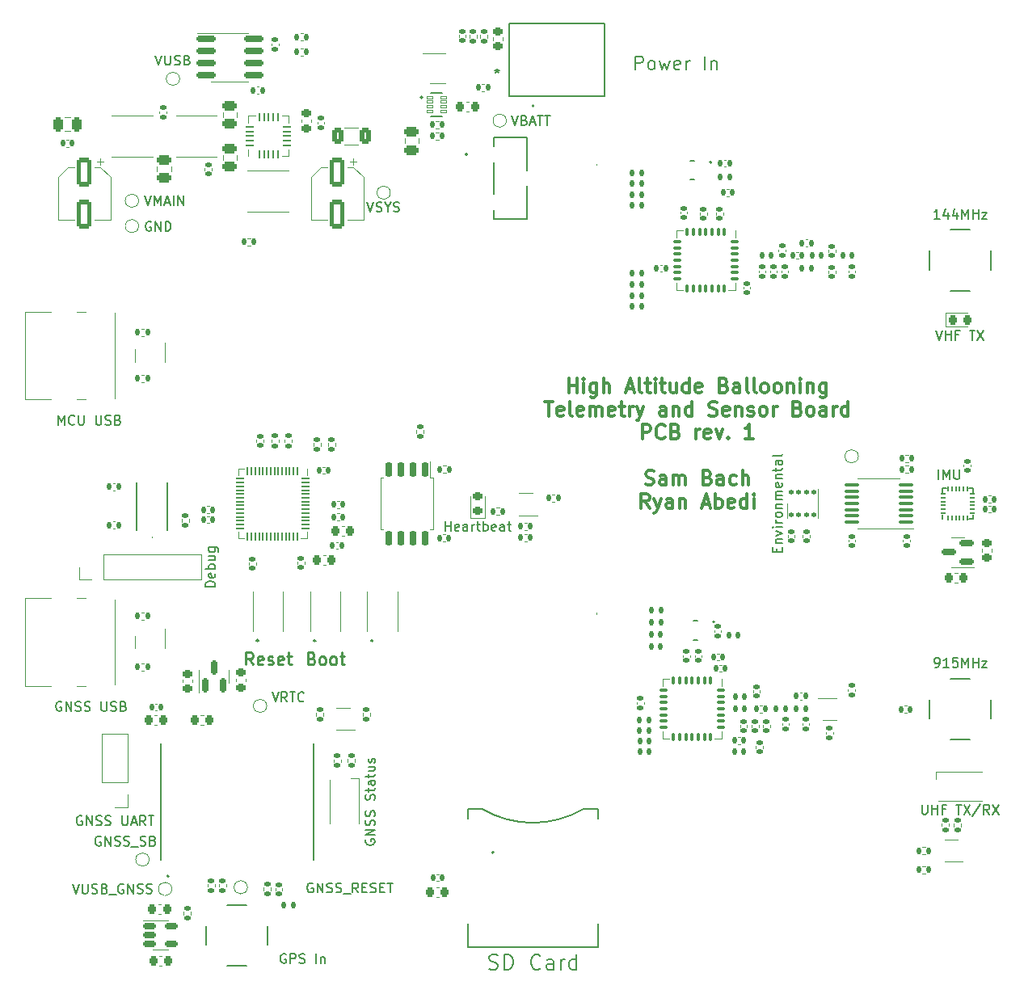
<source format=gto>
%TF.GenerationSoftware,KiCad,Pcbnew,(6.0.7-1)-1*%
%TF.CreationDate,2023-03-01T20:59:10-05:00*%
%TF.ProjectId,HABBoard,48414242-6f61-4726-942e-6b696361645f,rev?*%
%TF.SameCoordinates,Original*%
%TF.FileFunction,Legend,Top*%
%TF.FilePolarity,Positive*%
%FSLAX46Y46*%
G04 Gerber Fmt 4.6, Leading zero omitted, Abs format (unit mm)*
G04 Created by KiCad (PCBNEW (6.0.7-1)-1) date 2023-03-01 20:59:10*
%MOMM*%
%LPD*%
G01*
G04 APERTURE LIST*
G04 Aperture macros list*
%AMRoundRect*
0 Rectangle with rounded corners*
0 $1 Rounding radius*
0 $2 $3 $4 $5 $6 $7 $8 $9 X,Y pos of 4 corners*
0 Add a 4 corners polygon primitive as box body*
4,1,4,$2,$3,$4,$5,$6,$7,$8,$9,$2,$3,0*
0 Add four circle primitives for the rounded corners*
1,1,$1+$1,$2,$3*
1,1,$1+$1,$4,$5*
1,1,$1+$1,$6,$7*
1,1,$1+$1,$8,$9*
0 Add four rect primitives between the rounded corners*
20,1,$1+$1,$2,$3,$4,$5,0*
20,1,$1+$1,$4,$5,$6,$7,0*
20,1,$1+$1,$6,$7,$8,$9,0*
20,1,$1+$1,$8,$9,$2,$3,0*%
G04 Aperture macros list end*
%ADD10C,0.300000*%
%ADD11C,0.150000*%
%ADD12C,0.254000*%
%ADD13C,0.120000*%
%ADD14C,0.127000*%
%ADD15C,0.200000*%
%ADD16C,0.100000*%
%ADD17RoundRect,0.140000X-0.140000X-0.170000X0.140000X-0.170000X0.140000X0.170000X-0.140000X0.170000X0*%
%ADD18RoundRect,0.140000X0.170000X-0.140000X0.170000X0.140000X-0.170000X0.140000X-0.170000X-0.140000X0*%
%ADD19RoundRect,0.140000X-0.170000X0.140000X-0.170000X-0.140000X0.170000X-0.140000X0.170000X0.140000X0*%
%ADD20C,1.000000*%
%ADD21RoundRect,0.135000X0.185000X-0.135000X0.185000X0.135000X-0.185000X0.135000X-0.185000X-0.135000X0*%
%ADD22RoundRect,0.135000X0.135000X0.185000X-0.135000X0.185000X-0.135000X-0.185000X0.135000X-0.185000X0*%
%ADD23RoundRect,0.075000X-0.075000X0.312500X-0.075000X-0.312500X0.075000X-0.312500X0.075000X0.312500X0*%
%ADD24RoundRect,0.075000X-0.312500X0.075000X-0.312500X-0.075000X0.312500X-0.075000X0.312500X0.075000X0*%
%ADD25R,4.800000X4.800000*%
%ADD26R,1.000000X0.700000*%
%ADD27R,0.600000X0.700000*%
%ADD28R,0.980000X3.400000*%
%ADD29RoundRect,0.147500X-0.147500X-0.172500X0.147500X-0.172500X0.147500X0.172500X-0.147500X0.172500X0*%
%ADD30RoundRect,0.135000X-0.135000X-0.185000X0.135000X-0.185000X0.135000X0.185000X-0.135000X0.185000X0*%
%ADD31RoundRect,0.050000X-0.050000X0.387500X-0.050000X-0.387500X0.050000X-0.387500X0.050000X0.387500X0*%
%ADD32RoundRect,0.050000X-0.387500X0.050000X-0.387500X-0.050000X0.387500X-0.050000X0.387500X0.050000X0*%
%ADD33R,3.200000X3.200000*%
%ADD34RoundRect,0.012800X-0.317200X-0.147200X0.317200X-0.147200X0.317200X0.147200X-0.317200X0.147200X0*%
%ADD35RoundRect,0.225000X0.250000X-0.225000X0.250000X0.225000X-0.250000X0.225000X-0.250000X-0.225000X0*%
%ADD36R,0.900000X1.500000*%
%ADD37RoundRect,0.135000X-0.185000X0.135000X-0.185000X-0.135000X0.185000X-0.135000X0.185000X0.135000X0*%
%ADD38RoundRect,0.140000X0.140000X0.170000X-0.140000X0.170000X-0.140000X-0.170000X0.140000X-0.170000X0*%
%ADD39R,0.650000X0.400000*%
%ADD40RoundRect,0.250000X0.475000X-0.250000X0.475000X0.250000X-0.475000X0.250000X-0.475000X-0.250000X0*%
%ADD41RoundRect,0.100000X0.637500X0.100000X-0.637500X0.100000X-0.637500X-0.100000X0.637500X-0.100000X0*%
%ADD42RoundRect,0.250000X-0.475000X0.250000X-0.475000X-0.250000X0.475000X-0.250000X0.475000X0.250000X0*%
%ADD43R,2.400000X1.800000*%
%ADD44RoundRect,0.250000X-0.312500X-0.625000X0.312500X-0.625000X0.312500X0.625000X-0.312500X0.625000X0*%
%ADD45RoundRect,0.062500X0.062500X-0.337500X0.062500X0.337500X-0.062500X0.337500X-0.062500X-0.337500X0*%
%ADD46RoundRect,0.062500X0.337500X-0.062500X0.337500X0.062500X-0.337500X0.062500X-0.337500X-0.062500X0*%
%ADD47R,2.700000X2.700000*%
%ADD48R,1.700000X1.700000*%
%ADD49O,1.700000X1.700000*%
%ADD50RoundRect,0.225000X-0.225000X-0.250000X0.225000X-0.250000X0.225000X0.250000X-0.225000X0.250000X0*%
%ADD51RoundRect,0.150000X-0.512500X-0.150000X0.512500X-0.150000X0.512500X0.150000X-0.512500X0.150000X0*%
%ADD52R,1.500000X0.900000*%
%ADD53RoundRect,0.225000X0.225000X0.250000X-0.225000X0.250000X-0.225000X-0.250000X0.225000X-0.250000X0*%
%ADD54RoundRect,0.050000X0.050000X-0.225000X0.050000X0.225000X-0.050000X0.225000X-0.050000X-0.225000X0*%
%ADD55RoundRect,0.050000X0.225000X0.050000X-0.225000X0.050000X-0.225000X-0.050000X0.225000X-0.050000X0*%
%ADD56RoundRect,0.225000X-0.250000X0.225000X-0.250000X-0.225000X0.250000X-0.225000X0.250000X0.225000X0*%
%ADD57R,0.800000X1.800000*%
%ADD58RoundRect,0.150000X0.587500X0.150000X-0.587500X0.150000X-0.587500X-0.150000X0.587500X-0.150000X0*%
%ADD59C,0.700000*%
%ADD60O,2.400000X0.900000*%
%ADD61O,1.700000X0.900000*%
%ADD62RoundRect,0.218750X0.256250X-0.218750X0.256250X0.218750X-0.256250X0.218750X-0.256250X-0.218750X0*%
%ADD63RoundRect,0.125000X-0.125000X-0.137500X0.125000X-0.137500X0.125000X0.137500X-0.125000X0.137500X0*%
%ADD64R,2.500000X1.000000*%
%ADD65R,0.558800X0.254000*%
%ADD66R,0.254000X0.711200*%
%ADD67C,6.400000*%
%ADD68R,0.700000X1.000000*%
%ADD69R,0.800000X1.200000*%
%ADD70R,1.500000X2.000000*%
%ADD71C,1.508000*%
%ADD72C,1.920000*%
%ADD73RoundRect,0.250000X-0.550000X1.250000X-0.550000X-1.250000X0.550000X-1.250000X0.550000X1.250000X0*%
%ADD74R,1.950000X1.950000*%
%ADD75C,1.950000*%
%ADD76R,0.700000X0.510000*%
%ADD77R,0.900000X0.800000*%
%ADD78R,0.990000X5.140000*%
%ADD79R,0.990000X3.000000*%
%ADD80R,3.590000X0.990000*%
%ADD81R,3.000000X0.990000*%
%ADD82R,2.990000X0.990000*%
%ADD83RoundRect,0.150000X0.150000X-0.587500X0.150000X0.587500X-0.150000X0.587500X-0.150000X-0.587500X0*%
%ADD84RoundRect,0.250000X0.250000X0.475000X-0.250000X0.475000X-0.250000X-0.475000X0.250000X-0.475000X0*%
%ADD85RoundRect,0.218750X-0.218750X-0.256250X0.218750X-0.256250X0.218750X0.256250X-0.218750X0.256250X0*%
%ADD86RoundRect,0.150000X-0.825000X-0.150000X0.825000X-0.150000X0.825000X0.150000X-0.825000X0.150000X0*%
%ADD87RoundRect,0.150000X-0.150000X0.650000X-0.150000X-0.650000X0.150000X-0.650000X0.150000X0.650000X0*%
G04 APERTURE END LIST*
D10*
X82000000Y-63891071D02*
X82000000Y-62391071D01*
X82000000Y-63105357D02*
X82857142Y-63105357D01*
X82857142Y-63891071D02*
X82857142Y-62391071D01*
X83571428Y-63891071D02*
X83571428Y-62891071D01*
X83571428Y-62391071D02*
X83500000Y-62462500D01*
X83571428Y-62533928D01*
X83642857Y-62462500D01*
X83571428Y-62391071D01*
X83571428Y-62533928D01*
X84928571Y-62891071D02*
X84928571Y-64105357D01*
X84857142Y-64248214D01*
X84785714Y-64319642D01*
X84642857Y-64391071D01*
X84428571Y-64391071D01*
X84285714Y-64319642D01*
X84928571Y-63819642D02*
X84785714Y-63891071D01*
X84500000Y-63891071D01*
X84357142Y-63819642D01*
X84285714Y-63748214D01*
X84214285Y-63605357D01*
X84214285Y-63176785D01*
X84285714Y-63033928D01*
X84357142Y-62962500D01*
X84500000Y-62891071D01*
X84785714Y-62891071D01*
X84928571Y-62962500D01*
X85642857Y-63891071D02*
X85642857Y-62391071D01*
X86285714Y-63891071D02*
X86285714Y-63105357D01*
X86214285Y-62962500D01*
X86071428Y-62891071D01*
X85857142Y-62891071D01*
X85714285Y-62962500D01*
X85642857Y-63033928D01*
X88071428Y-63462500D02*
X88785714Y-63462500D01*
X87928571Y-63891071D02*
X88428571Y-62391071D01*
X88928571Y-63891071D01*
X89642857Y-63891071D02*
X89500000Y-63819642D01*
X89428571Y-63676785D01*
X89428571Y-62391071D01*
X90000000Y-62891071D02*
X90571428Y-62891071D01*
X90214285Y-62391071D02*
X90214285Y-63676785D01*
X90285714Y-63819642D01*
X90428571Y-63891071D01*
X90571428Y-63891071D01*
X91071428Y-63891071D02*
X91071428Y-62891071D01*
X91071428Y-62391071D02*
X91000000Y-62462500D01*
X91071428Y-62533928D01*
X91142857Y-62462500D01*
X91071428Y-62391071D01*
X91071428Y-62533928D01*
X91571428Y-62891071D02*
X92142857Y-62891071D01*
X91785714Y-62391071D02*
X91785714Y-63676785D01*
X91857142Y-63819642D01*
X92000000Y-63891071D01*
X92142857Y-63891071D01*
X93285714Y-62891071D02*
X93285714Y-63891071D01*
X92642857Y-62891071D02*
X92642857Y-63676785D01*
X92714285Y-63819642D01*
X92857142Y-63891071D01*
X93071428Y-63891071D01*
X93214285Y-63819642D01*
X93285714Y-63748214D01*
X94642857Y-63891071D02*
X94642857Y-62391071D01*
X94642857Y-63819642D02*
X94500000Y-63891071D01*
X94214285Y-63891071D01*
X94071428Y-63819642D01*
X94000000Y-63748214D01*
X93928571Y-63605357D01*
X93928571Y-63176785D01*
X94000000Y-63033928D01*
X94071428Y-62962500D01*
X94214285Y-62891071D01*
X94500000Y-62891071D01*
X94642857Y-62962500D01*
X95928571Y-63819642D02*
X95785714Y-63891071D01*
X95500000Y-63891071D01*
X95357142Y-63819642D01*
X95285714Y-63676785D01*
X95285714Y-63105357D01*
X95357142Y-62962500D01*
X95500000Y-62891071D01*
X95785714Y-62891071D01*
X95928571Y-62962500D01*
X96000000Y-63105357D01*
X96000000Y-63248214D01*
X95285714Y-63391071D01*
X98285714Y-63105357D02*
X98500000Y-63176785D01*
X98571428Y-63248214D01*
X98642857Y-63391071D01*
X98642857Y-63605357D01*
X98571428Y-63748214D01*
X98500000Y-63819642D01*
X98357142Y-63891071D01*
X97785714Y-63891071D01*
X97785714Y-62391071D01*
X98285714Y-62391071D01*
X98428571Y-62462500D01*
X98500000Y-62533928D01*
X98571428Y-62676785D01*
X98571428Y-62819642D01*
X98500000Y-62962500D01*
X98428571Y-63033928D01*
X98285714Y-63105357D01*
X97785714Y-63105357D01*
X99928571Y-63891071D02*
X99928571Y-63105357D01*
X99857142Y-62962500D01*
X99714285Y-62891071D01*
X99428571Y-62891071D01*
X99285714Y-62962500D01*
X99928571Y-63819642D02*
X99785714Y-63891071D01*
X99428571Y-63891071D01*
X99285714Y-63819642D01*
X99214285Y-63676785D01*
X99214285Y-63533928D01*
X99285714Y-63391071D01*
X99428571Y-63319642D01*
X99785714Y-63319642D01*
X99928571Y-63248214D01*
X100857142Y-63891071D02*
X100714285Y-63819642D01*
X100642857Y-63676785D01*
X100642857Y-62391071D01*
X101642857Y-63891071D02*
X101500000Y-63819642D01*
X101428571Y-63676785D01*
X101428571Y-62391071D01*
X102428571Y-63891071D02*
X102285714Y-63819642D01*
X102214285Y-63748214D01*
X102142857Y-63605357D01*
X102142857Y-63176785D01*
X102214285Y-63033928D01*
X102285714Y-62962500D01*
X102428571Y-62891071D01*
X102642857Y-62891071D01*
X102785714Y-62962500D01*
X102857142Y-63033928D01*
X102928571Y-63176785D01*
X102928571Y-63605357D01*
X102857142Y-63748214D01*
X102785714Y-63819642D01*
X102642857Y-63891071D01*
X102428571Y-63891071D01*
X103785714Y-63891071D02*
X103642857Y-63819642D01*
X103571428Y-63748214D01*
X103500000Y-63605357D01*
X103500000Y-63176785D01*
X103571428Y-63033928D01*
X103642857Y-62962500D01*
X103785714Y-62891071D01*
X104000000Y-62891071D01*
X104142857Y-62962500D01*
X104214285Y-63033928D01*
X104285714Y-63176785D01*
X104285714Y-63605357D01*
X104214285Y-63748214D01*
X104142857Y-63819642D01*
X104000000Y-63891071D01*
X103785714Y-63891071D01*
X104928571Y-62891071D02*
X104928571Y-63891071D01*
X104928571Y-63033928D02*
X105000000Y-62962500D01*
X105142857Y-62891071D01*
X105357142Y-62891071D01*
X105500000Y-62962500D01*
X105571428Y-63105357D01*
X105571428Y-63891071D01*
X106285714Y-63891071D02*
X106285714Y-62891071D01*
X106285714Y-62391071D02*
X106214285Y-62462500D01*
X106285714Y-62533928D01*
X106357142Y-62462500D01*
X106285714Y-62391071D01*
X106285714Y-62533928D01*
X107000000Y-62891071D02*
X107000000Y-63891071D01*
X107000000Y-63033928D02*
X107071428Y-62962500D01*
X107214285Y-62891071D01*
X107428571Y-62891071D01*
X107571428Y-62962500D01*
X107642857Y-63105357D01*
X107642857Y-63891071D01*
X109000000Y-62891071D02*
X109000000Y-64105357D01*
X108928571Y-64248214D01*
X108857142Y-64319642D01*
X108714285Y-64391071D01*
X108500000Y-64391071D01*
X108357142Y-64319642D01*
X109000000Y-63819642D02*
X108857142Y-63891071D01*
X108571428Y-63891071D01*
X108428571Y-63819642D01*
X108357142Y-63748214D01*
X108285714Y-63605357D01*
X108285714Y-63176785D01*
X108357142Y-63033928D01*
X108428571Y-62962500D01*
X108571428Y-62891071D01*
X108857142Y-62891071D01*
X109000000Y-62962500D01*
X79500000Y-64806071D02*
X80357142Y-64806071D01*
X79928571Y-66306071D02*
X79928571Y-64806071D01*
X81428571Y-66234642D02*
X81285714Y-66306071D01*
X81000000Y-66306071D01*
X80857142Y-66234642D01*
X80785714Y-66091785D01*
X80785714Y-65520357D01*
X80857142Y-65377500D01*
X81000000Y-65306071D01*
X81285714Y-65306071D01*
X81428571Y-65377500D01*
X81500000Y-65520357D01*
X81500000Y-65663214D01*
X80785714Y-65806071D01*
X82357142Y-66306071D02*
X82214285Y-66234642D01*
X82142857Y-66091785D01*
X82142857Y-64806071D01*
X83500000Y-66234642D02*
X83357142Y-66306071D01*
X83071428Y-66306071D01*
X82928571Y-66234642D01*
X82857142Y-66091785D01*
X82857142Y-65520357D01*
X82928571Y-65377500D01*
X83071428Y-65306071D01*
X83357142Y-65306071D01*
X83500000Y-65377500D01*
X83571428Y-65520357D01*
X83571428Y-65663214D01*
X82857142Y-65806071D01*
X84214285Y-66306071D02*
X84214285Y-65306071D01*
X84214285Y-65448928D02*
X84285714Y-65377500D01*
X84428571Y-65306071D01*
X84642857Y-65306071D01*
X84785714Y-65377500D01*
X84857142Y-65520357D01*
X84857142Y-66306071D01*
X84857142Y-65520357D02*
X84928571Y-65377500D01*
X85071428Y-65306071D01*
X85285714Y-65306071D01*
X85428571Y-65377500D01*
X85500000Y-65520357D01*
X85500000Y-66306071D01*
X86785714Y-66234642D02*
X86642857Y-66306071D01*
X86357142Y-66306071D01*
X86214285Y-66234642D01*
X86142857Y-66091785D01*
X86142857Y-65520357D01*
X86214285Y-65377500D01*
X86357142Y-65306071D01*
X86642857Y-65306071D01*
X86785714Y-65377500D01*
X86857142Y-65520357D01*
X86857142Y-65663214D01*
X86142857Y-65806071D01*
X87285714Y-65306071D02*
X87857142Y-65306071D01*
X87500000Y-64806071D02*
X87500000Y-66091785D01*
X87571428Y-66234642D01*
X87714285Y-66306071D01*
X87857142Y-66306071D01*
X88357142Y-66306071D02*
X88357142Y-65306071D01*
X88357142Y-65591785D02*
X88428571Y-65448928D01*
X88500000Y-65377500D01*
X88642857Y-65306071D01*
X88785714Y-65306071D01*
X89142857Y-65306071D02*
X89500000Y-66306071D01*
X89857142Y-65306071D02*
X89500000Y-66306071D01*
X89357142Y-66663214D01*
X89285714Y-66734642D01*
X89142857Y-66806071D01*
X92214285Y-66306071D02*
X92214285Y-65520357D01*
X92142857Y-65377500D01*
X91999999Y-65306071D01*
X91714285Y-65306071D01*
X91571428Y-65377500D01*
X92214285Y-66234642D02*
X92071428Y-66306071D01*
X91714285Y-66306071D01*
X91571428Y-66234642D01*
X91499999Y-66091785D01*
X91499999Y-65948928D01*
X91571428Y-65806071D01*
X91714285Y-65734642D01*
X92071428Y-65734642D01*
X92214285Y-65663214D01*
X92928571Y-65306071D02*
X92928571Y-66306071D01*
X92928571Y-65448928D02*
X92999999Y-65377500D01*
X93142857Y-65306071D01*
X93357142Y-65306071D01*
X93499999Y-65377500D01*
X93571428Y-65520357D01*
X93571428Y-66306071D01*
X94928571Y-66306071D02*
X94928571Y-64806071D01*
X94928571Y-66234642D02*
X94785714Y-66306071D01*
X94499999Y-66306071D01*
X94357142Y-66234642D01*
X94285714Y-66163214D01*
X94214285Y-66020357D01*
X94214285Y-65591785D01*
X94285714Y-65448928D01*
X94357142Y-65377500D01*
X94499999Y-65306071D01*
X94785714Y-65306071D01*
X94928571Y-65377500D01*
X96714285Y-66234642D02*
X96928571Y-66306071D01*
X97285714Y-66306071D01*
X97428571Y-66234642D01*
X97499999Y-66163214D01*
X97571428Y-66020357D01*
X97571428Y-65877500D01*
X97499999Y-65734642D01*
X97428571Y-65663214D01*
X97285714Y-65591785D01*
X96999999Y-65520357D01*
X96857142Y-65448928D01*
X96785714Y-65377500D01*
X96714285Y-65234642D01*
X96714285Y-65091785D01*
X96785714Y-64948928D01*
X96857142Y-64877500D01*
X96999999Y-64806071D01*
X97357142Y-64806071D01*
X97571428Y-64877500D01*
X98785714Y-66234642D02*
X98642857Y-66306071D01*
X98357142Y-66306071D01*
X98214285Y-66234642D01*
X98142857Y-66091785D01*
X98142857Y-65520357D01*
X98214285Y-65377500D01*
X98357142Y-65306071D01*
X98642857Y-65306071D01*
X98785714Y-65377500D01*
X98857142Y-65520357D01*
X98857142Y-65663214D01*
X98142857Y-65806071D01*
X99500000Y-65306071D02*
X99500000Y-66306071D01*
X99500000Y-65448928D02*
X99571428Y-65377500D01*
X99714285Y-65306071D01*
X99928571Y-65306071D01*
X100071428Y-65377500D01*
X100142857Y-65520357D01*
X100142857Y-66306071D01*
X100785714Y-66234642D02*
X100928571Y-66306071D01*
X101214285Y-66306071D01*
X101357142Y-66234642D01*
X101428571Y-66091785D01*
X101428571Y-66020357D01*
X101357142Y-65877500D01*
X101214285Y-65806071D01*
X101000000Y-65806071D01*
X100857142Y-65734642D01*
X100785714Y-65591785D01*
X100785714Y-65520357D01*
X100857142Y-65377500D01*
X101000000Y-65306071D01*
X101214285Y-65306071D01*
X101357142Y-65377500D01*
X102285714Y-66306071D02*
X102142857Y-66234642D01*
X102071428Y-66163214D01*
X102000000Y-66020357D01*
X102000000Y-65591785D01*
X102071428Y-65448928D01*
X102142857Y-65377500D01*
X102285714Y-65306071D01*
X102500000Y-65306071D01*
X102642857Y-65377500D01*
X102714285Y-65448928D01*
X102785714Y-65591785D01*
X102785714Y-66020357D01*
X102714285Y-66163214D01*
X102642857Y-66234642D01*
X102500000Y-66306071D01*
X102285714Y-66306071D01*
X103428571Y-66306071D02*
X103428571Y-65306071D01*
X103428571Y-65591785D02*
X103500000Y-65448928D01*
X103571428Y-65377500D01*
X103714285Y-65306071D01*
X103857142Y-65306071D01*
X106000000Y-65520357D02*
X106214285Y-65591785D01*
X106285714Y-65663214D01*
X106357142Y-65806071D01*
X106357142Y-66020357D01*
X106285714Y-66163214D01*
X106214285Y-66234642D01*
X106071428Y-66306071D01*
X105500000Y-66306071D01*
X105500000Y-64806071D01*
X106000000Y-64806071D01*
X106142857Y-64877500D01*
X106214285Y-64948928D01*
X106285714Y-65091785D01*
X106285714Y-65234642D01*
X106214285Y-65377500D01*
X106142857Y-65448928D01*
X106000000Y-65520357D01*
X105500000Y-65520357D01*
X107214285Y-66306071D02*
X107071428Y-66234642D01*
X107000000Y-66163214D01*
X106928571Y-66020357D01*
X106928571Y-65591785D01*
X107000000Y-65448928D01*
X107071428Y-65377500D01*
X107214285Y-65306071D01*
X107428571Y-65306071D01*
X107571428Y-65377500D01*
X107642857Y-65448928D01*
X107714285Y-65591785D01*
X107714285Y-66020357D01*
X107642857Y-66163214D01*
X107571428Y-66234642D01*
X107428571Y-66306071D01*
X107214285Y-66306071D01*
X109000000Y-66306071D02*
X109000000Y-65520357D01*
X108928571Y-65377500D01*
X108785714Y-65306071D01*
X108500000Y-65306071D01*
X108357142Y-65377500D01*
X109000000Y-66234642D02*
X108857142Y-66306071D01*
X108500000Y-66306071D01*
X108357142Y-66234642D01*
X108285714Y-66091785D01*
X108285714Y-65948928D01*
X108357142Y-65806071D01*
X108500000Y-65734642D01*
X108857142Y-65734642D01*
X109000000Y-65663214D01*
X109714285Y-66306071D02*
X109714285Y-65306071D01*
X109714285Y-65591785D02*
X109785714Y-65448928D01*
X109857142Y-65377500D01*
X110000000Y-65306071D01*
X110142857Y-65306071D01*
X111285714Y-66306071D02*
X111285714Y-64806071D01*
X111285714Y-66234642D02*
X111142857Y-66306071D01*
X110857142Y-66306071D01*
X110714285Y-66234642D01*
X110642857Y-66163214D01*
X110571428Y-66020357D01*
X110571428Y-65591785D01*
X110642857Y-65448928D01*
X110714285Y-65377500D01*
X110857142Y-65306071D01*
X111142857Y-65306071D01*
X111285714Y-65377500D01*
X89714285Y-68721071D02*
X89714285Y-67221071D01*
X90285714Y-67221071D01*
X90428571Y-67292500D01*
X90500000Y-67363928D01*
X90571428Y-67506785D01*
X90571428Y-67721071D01*
X90500000Y-67863928D01*
X90428571Y-67935357D01*
X90285714Y-68006785D01*
X89714285Y-68006785D01*
X92071428Y-68578214D02*
X92000000Y-68649642D01*
X91785714Y-68721071D01*
X91642857Y-68721071D01*
X91428571Y-68649642D01*
X91285714Y-68506785D01*
X91214285Y-68363928D01*
X91142857Y-68078214D01*
X91142857Y-67863928D01*
X91214285Y-67578214D01*
X91285714Y-67435357D01*
X91428571Y-67292500D01*
X91642857Y-67221071D01*
X91785714Y-67221071D01*
X92000000Y-67292500D01*
X92071428Y-67363928D01*
X93214285Y-67935357D02*
X93428571Y-68006785D01*
X93500000Y-68078214D01*
X93571428Y-68221071D01*
X93571428Y-68435357D01*
X93500000Y-68578214D01*
X93428571Y-68649642D01*
X93285714Y-68721071D01*
X92714285Y-68721071D01*
X92714285Y-67221071D01*
X93214285Y-67221071D01*
X93357142Y-67292500D01*
X93428571Y-67363928D01*
X93500000Y-67506785D01*
X93500000Y-67649642D01*
X93428571Y-67792500D01*
X93357142Y-67863928D01*
X93214285Y-67935357D01*
X92714285Y-67935357D01*
X95357142Y-68721071D02*
X95357142Y-67721071D01*
X95357142Y-68006785D02*
X95428571Y-67863928D01*
X95500000Y-67792500D01*
X95642857Y-67721071D01*
X95785714Y-67721071D01*
X96857142Y-68649642D02*
X96714285Y-68721071D01*
X96428571Y-68721071D01*
X96285714Y-68649642D01*
X96214285Y-68506785D01*
X96214285Y-67935357D01*
X96285714Y-67792500D01*
X96428571Y-67721071D01*
X96714285Y-67721071D01*
X96857142Y-67792500D01*
X96928571Y-67935357D01*
X96928571Y-68078214D01*
X96214285Y-68221071D01*
X97428571Y-67721071D02*
X97785714Y-68721071D01*
X98142857Y-67721071D01*
X98714285Y-68578214D02*
X98785714Y-68649642D01*
X98714285Y-68721071D01*
X98642857Y-68649642D01*
X98714285Y-68578214D01*
X98714285Y-68721071D01*
X101357142Y-68721071D02*
X100500000Y-68721071D01*
X100928571Y-68721071D02*
X100928571Y-67221071D01*
X100785714Y-67435357D01*
X100642857Y-67578214D01*
X100500000Y-67649642D01*
X90071428Y-73479642D02*
X90285714Y-73551071D01*
X90642857Y-73551071D01*
X90785714Y-73479642D01*
X90857142Y-73408214D01*
X90928571Y-73265357D01*
X90928571Y-73122500D01*
X90857142Y-72979642D01*
X90785714Y-72908214D01*
X90642857Y-72836785D01*
X90357142Y-72765357D01*
X90214285Y-72693928D01*
X90142857Y-72622500D01*
X90071428Y-72479642D01*
X90071428Y-72336785D01*
X90142857Y-72193928D01*
X90214285Y-72122500D01*
X90357142Y-72051071D01*
X90714285Y-72051071D01*
X90928571Y-72122500D01*
X92214285Y-73551071D02*
X92214285Y-72765357D01*
X92142857Y-72622500D01*
X92000000Y-72551071D01*
X91714285Y-72551071D01*
X91571428Y-72622500D01*
X92214285Y-73479642D02*
X92071428Y-73551071D01*
X91714285Y-73551071D01*
X91571428Y-73479642D01*
X91500000Y-73336785D01*
X91500000Y-73193928D01*
X91571428Y-73051071D01*
X91714285Y-72979642D01*
X92071428Y-72979642D01*
X92214285Y-72908214D01*
X92928571Y-73551071D02*
X92928571Y-72551071D01*
X92928571Y-72693928D02*
X93000000Y-72622500D01*
X93142857Y-72551071D01*
X93357142Y-72551071D01*
X93500000Y-72622500D01*
X93571428Y-72765357D01*
X93571428Y-73551071D01*
X93571428Y-72765357D02*
X93642857Y-72622500D01*
X93785714Y-72551071D01*
X94000000Y-72551071D01*
X94142857Y-72622500D01*
X94214285Y-72765357D01*
X94214285Y-73551071D01*
X96571428Y-72765357D02*
X96785714Y-72836785D01*
X96857142Y-72908214D01*
X96928571Y-73051071D01*
X96928571Y-73265357D01*
X96857142Y-73408214D01*
X96785714Y-73479642D01*
X96642857Y-73551071D01*
X96071428Y-73551071D01*
X96071428Y-72051071D01*
X96571428Y-72051071D01*
X96714285Y-72122500D01*
X96785714Y-72193928D01*
X96857142Y-72336785D01*
X96857142Y-72479642D01*
X96785714Y-72622500D01*
X96714285Y-72693928D01*
X96571428Y-72765357D01*
X96071428Y-72765357D01*
X98214285Y-73551071D02*
X98214285Y-72765357D01*
X98142857Y-72622500D01*
X98000000Y-72551071D01*
X97714285Y-72551071D01*
X97571428Y-72622500D01*
X98214285Y-73479642D02*
X98071428Y-73551071D01*
X97714285Y-73551071D01*
X97571428Y-73479642D01*
X97500000Y-73336785D01*
X97500000Y-73193928D01*
X97571428Y-73051071D01*
X97714285Y-72979642D01*
X98071428Y-72979642D01*
X98214285Y-72908214D01*
X99571428Y-73479642D02*
X99428571Y-73551071D01*
X99142857Y-73551071D01*
X99000000Y-73479642D01*
X98928571Y-73408214D01*
X98857142Y-73265357D01*
X98857142Y-72836785D01*
X98928571Y-72693928D01*
X99000000Y-72622500D01*
X99142857Y-72551071D01*
X99428571Y-72551071D01*
X99571428Y-72622500D01*
X100214285Y-73551071D02*
X100214285Y-72051071D01*
X100857142Y-73551071D02*
X100857142Y-72765357D01*
X100785714Y-72622500D01*
X100642857Y-72551071D01*
X100428571Y-72551071D01*
X100285714Y-72622500D01*
X100214285Y-72693928D01*
X90464285Y-75966071D02*
X89964285Y-75251785D01*
X89607142Y-75966071D02*
X89607142Y-74466071D01*
X90178571Y-74466071D01*
X90321428Y-74537500D01*
X90392857Y-74608928D01*
X90464285Y-74751785D01*
X90464285Y-74966071D01*
X90392857Y-75108928D01*
X90321428Y-75180357D01*
X90178571Y-75251785D01*
X89607142Y-75251785D01*
X90964285Y-74966071D02*
X91321428Y-75966071D01*
X91678571Y-74966071D02*
X91321428Y-75966071D01*
X91178571Y-76323214D01*
X91107142Y-76394642D01*
X90964285Y-76466071D01*
X92892857Y-75966071D02*
X92892857Y-75180357D01*
X92821428Y-75037500D01*
X92678571Y-74966071D01*
X92392857Y-74966071D01*
X92250000Y-75037500D01*
X92892857Y-75894642D02*
X92750000Y-75966071D01*
X92392857Y-75966071D01*
X92250000Y-75894642D01*
X92178571Y-75751785D01*
X92178571Y-75608928D01*
X92250000Y-75466071D01*
X92392857Y-75394642D01*
X92750000Y-75394642D01*
X92892857Y-75323214D01*
X93607142Y-74966071D02*
X93607142Y-75966071D01*
X93607142Y-75108928D02*
X93678571Y-75037500D01*
X93821428Y-74966071D01*
X94035714Y-74966071D01*
X94178571Y-75037500D01*
X94250000Y-75180357D01*
X94250000Y-75966071D01*
X96035714Y-75537500D02*
X96750000Y-75537500D01*
X95892857Y-75966071D02*
X96392857Y-74466071D01*
X96892857Y-75966071D01*
X97392857Y-75966071D02*
X97392857Y-74466071D01*
X97392857Y-75037500D02*
X97535714Y-74966071D01*
X97821428Y-74966071D01*
X97964285Y-75037500D01*
X98035714Y-75108928D01*
X98107142Y-75251785D01*
X98107142Y-75680357D01*
X98035714Y-75823214D01*
X97964285Y-75894642D01*
X97821428Y-75966071D01*
X97535714Y-75966071D01*
X97392857Y-75894642D01*
X99321428Y-75894642D02*
X99178571Y-75966071D01*
X98892857Y-75966071D01*
X98750000Y-75894642D01*
X98678571Y-75751785D01*
X98678571Y-75180357D01*
X98750000Y-75037500D01*
X98892857Y-74966071D01*
X99178571Y-74966071D01*
X99321428Y-75037500D01*
X99392857Y-75180357D01*
X99392857Y-75323214D01*
X98678571Y-75466071D01*
X100678571Y-75966071D02*
X100678571Y-74466071D01*
X100678571Y-75894642D02*
X100535714Y-75966071D01*
X100250000Y-75966071D01*
X100107142Y-75894642D01*
X100035714Y-75823214D01*
X99964285Y-75680357D01*
X99964285Y-75251785D01*
X100035714Y-75108928D01*
X100107142Y-75037500D01*
X100250000Y-74966071D01*
X100535714Y-74966071D01*
X100678571Y-75037500D01*
X101392857Y-75966071D02*
X101392857Y-74966071D01*
X101392857Y-74466071D02*
X101321428Y-74537500D01*
X101392857Y-74608928D01*
X101464285Y-74537500D01*
X101392857Y-74466071D01*
X101392857Y-74608928D01*
D11*
%TO.C,TP10*%
X60910714Y-43927380D02*
X61244047Y-44927380D01*
X61577380Y-43927380D01*
X61863095Y-44879761D02*
X62005952Y-44927380D01*
X62244047Y-44927380D01*
X62339285Y-44879761D01*
X62386904Y-44832142D01*
X62434523Y-44736904D01*
X62434523Y-44641666D01*
X62386904Y-44546428D01*
X62339285Y-44498809D01*
X62244047Y-44451190D01*
X62053571Y-44403571D01*
X61958333Y-44355952D01*
X61910714Y-44308333D01*
X61863095Y-44213095D01*
X61863095Y-44117857D01*
X61910714Y-44022619D01*
X61958333Y-43975000D01*
X62053571Y-43927380D01*
X62291666Y-43927380D01*
X62434523Y-43975000D01*
X63053571Y-44451190D02*
X63053571Y-44927380D01*
X62720238Y-43927380D02*
X63053571Y-44451190D01*
X63386904Y-43927380D01*
X63672619Y-44879761D02*
X63815476Y-44927380D01*
X64053571Y-44927380D01*
X64148809Y-44879761D01*
X64196428Y-44832142D01*
X64244047Y-44736904D01*
X64244047Y-44641666D01*
X64196428Y-44546428D01*
X64148809Y-44498809D01*
X64053571Y-44451190D01*
X63863095Y-44403571D01*
X63767857Y-44355952D01*
X63720238Y-44308333D01*
X63672619Y-44213095D01*
X63672619Y-44117857D01*
X63720238Y-44022619D01*
X63767857Y-43975000D01*
X63863095Y-43927380D01*
X64101190Y-43927380D01*
X64244047Y-43975000D01*
%TO.C,D3*%
X60750000Y-110702380D02*
X60702380Y-110797619D01*
X60702380Y-110940476D01*
X60750000Y-111083333D01*
X60845238Y-111178571D01*
X60940476Y-111226190D01*
X61130952Y-111273809D01*
X61273809Y-111273809D01*
X61464285Y-111226190D01*
X61559523Y-111178571D01*
X61654761Y-111083333D01*
X61702380Y-110940476D01*
X61702380Y-110845238D01*
X61654761Y-110702380D01*
X61607142Y-110654761D01*
X61273809Y-110654761D01*
X61273809Y-110845238D01*
X61702380Y-110226190D02*
X60702380Y-110226190D01*
X61702380Y-109654761D01*
X60702380Y-109654761D01*
X61654761Y-109226190D02*
X61702380Y-109083333D01*
X61702380Y-108845238D01*
X61654761Y-108750000D01*
X61607142Y-108702380D01*
X61511904Y-108654761D01*
X61416666Y-108654761D01*
X61321428Y-108702380D01*
X61273809Y-108750000D01*
X61226190Y-108845238D01*
X61178571Y-109035714D01*
X61130952Y-109130952D01*
X61083333Y-109178571D01*
X60988095Y-109226190D01*
X60892857Y-109226190D01*
X60797619Y-109178571D01*
X60750000Y-109130952D01*
X60702380Y-109035714D01*
X60702380Y-108797619D01*
X60750000Y-108654761D01*
X61654761Y-108273809D02*
X61702380Y-108130952D01*
X61702380Y-107892857D01*
X61654761Y-107797619D01*
X61607142Y-107750000D01*
X61511904Y-107702380D01*
X61416666Y-107702380D01*
X61321428Y-107750000D01*
X61273809Y-107797619D01*
X61226190Y-107892857D01*
X61178571Y-108083333D01*
X61130952Y-108178571D01*
X61083333Y-108226190D01*
X60988095Y-108273809D01*
X60892857Y-108273809D01*
X60797619Y-108226190D01*
X60750000Y-108178571D01*
X60702380Y-108083333D01*
X60702380Y-107845238D01*
X60750000Y-107702380D01*
X61654761Y-106559523D02*
X61702380Y-106416666D01*
X61702380Y-106178571D01*
X61654761Y-106083333D01*
X61607142Y-106035714D01*
X61511904Y-105988095D01*
X61416666Y-105988095D01*
X61321428Y-106035714D01*
X61273809Y-106083333D01*
X61226190Y-106178571D01*
X61178571Y-106369047D01*
X61130952Y-106464285D01*
X61083333Y-106511904D01*
X60988095Y-106559523D01*
X60892857Y-106559523D01*
X60797619Y-106511904D01*
X60750000Y-106464285D01*
X60702380Y-106369047D01*
X60702380Y-106130952D01*
X60750000Y-105988095D01*
X61035714Y-105702380D02*
X61035714Y-105321428D01*
X60702380Y-105559523D02*
X61559523Y-105559523D01*
X61654761Y-105511904D01*
X61702380Y-105416666D01*
X61702380Y-105321428D01*
X61702380Y-104559523D02*
X61178571Y-104559523D01*
X61083333Y-104607142D01*
X61035714Y-104702380D01*
X61035714Y-104892857D01*
X61083333Y-104988095D01*
X61654761Y-104559523D02*
X61702380Y-104654761D01*
X61702380Y-104892857D01*
X61654761Y-104988095D01*
X61559523Y-105035714D01*
X61464285Y-105035714D01*
X61369047Y-104988095D01*
X61321428Y-104892857D01*
X61321428Y-104654761D01*
X61273809Y-104559523D01*
X61035714Y-104226190D02*
X61035714Y-103845238D01*
X60702380Y-104083333D02*
X61559523Y-104083333D01*
X61654761Y-104035714D01*
X61702380Y-103940476D01*
X61702380Y-103845238D01*
X61035714Y-103083333D02*
X61702380Y-103083333D01*
X61035714Y-103511904D02*
X61559523Y-103511904D01*
X61654761Y-103464285D01*
X61702380Y-103369047D01*
X61702380Y-103226190D01*
X61654761Y-103130952D01*
X61607142Y-103083333D01*
X61654761Y-102654761D02*
X61702380Y-102559523D01*
X61702380Y-102369047D01*
X61654761Y-102273809D01*
X61559523Y-102226190D01*
X61511904Y-102226190D01*
X61416666Y-102273809D01*
X61369047Y-102369047D01*
X61369047Y-102511904D01*
X61321428Y-102607142D01*
X61226190Y-102654761D01*
X61178571Y-102654761D01*
X61083333Y-102607142D01*
X61035714Y-102511904D01*
X61035714Y-102369047D01*
X61083333Y-102273809D01*
%TO.C,J6*%
X44967380Y-84197619D02*
X43967380Y-84197619D01*
X43967380Y-83959523D01*
X44015000Y-83816666D01*
X44110238Y-83721428D01*
X44205476Y-83673809D01*
X44395952Y-83626190D01*
X44538809Y-83626190D01*
X44729285Y-83673809D01*
X44824523Y-83721428D01*
X44919761Y-83816666D01*
X44967380Y-83959523D01*
X44967380Y-84197619D01*
X44919761Y-82816666D02*
X44967380Y-82911904D01*
X44967380Y-83102380D01*
X44919761Y-83197619D01*
X44824523Y-83245238D01*
X44443571Y-83245238D01*
X44348333Y-83197619D01*
X44300714Y-83102380D01*
X44300714Y-82911904D01*
X44348333Y-82816666D01*
X44443571Y-82769047D01*
X44538809Y-82769047D01*
X44634047Y-83245238D01*
X44967380Y-82340476D02*
X43967380Y-82340476D01*
X44348333Y-82340476D02*
X44300714Y-82245238D01*
X44300714Y-82054761D01*
X44348333Y-81959523D01*
X44395952Y-81911904D01*
X44491190Y-81864285D01*
X44776904Y-81864285D01*
X44872142Y-81911904D01*
X44919761Y-81959523D01*
X44967380Y-82054761D01*
X44967380Y-82245238D01*
X44919761Y-82340476D01*
X44300714Y-81007142D02*
X44967380Y-81007142D01*
X44300714Y-81435714D02*
X44824523Y-81435714D01*
X44919761Y-81388095D01*
X44967380Y-81292857D01*
X44967380Y-81150000D01*
X44919761Y-81054761D01*
X44872142Y-81007142D01*
X44300714Y-80102380D02*
X45110238Y-80102380D01*
X45205476Y-80150000D01*
X45253095Y-80197619D01*
X45300714Y-80292857D01*
X45300714Y-80435714D01*
X45253095Y-80530952D01*
X44919761Y-80102380D02*
X44967380Y-80197619D01*
X44967380Y-80388095D01*
X44919761Y-80483333D01*
X44872142Y-80530952D01*
X44776904Y-80578571D01*
X44491190Y-80578571D01*
X44395952Y-80530952D01*
X44348333Y-80483333D01*
X44300714Y-80388095D01*
X44300714Y-80197619D01*
X44348333Y-80102380D01*
%TO.C,D4*%
X119023809Y-107052380D02*
X119023809Y-107861904D01*
X119071428Y-107957142D01*
X119119047Y-108004761D01*
X119214285Y-108052380D01*
X119404761Y-108052380D01*
X119500000Y-108004761D01*
X119547619Y-107957142D01*
X119595238Y-107861904D01*
X119595238Y-107052380D01*
X120071428Y-108052380D02*
X120071428Y-107052380D01*
X120071428Y-107528571D02*
X120642857Y-107528571D01*
X120642857Y-108052380D02*
X120642857Y-107052380D01*
X121452380Y-107528571D02*
X121119047Y-107528571D01*
X121119047Y-108052380D02*
X121119047Y-107052380D01*
X121595238Y-107052380D01*
X122595238Y-107052380D02*
X123166666Y-107052380D01*
X122880952Y-108052380D02*
X122880952Y-107052380D01*
X123404761Y-107052380D02*
X124071428Y-108052380D01*
X124071428Y-107052380D02*
X123404761Y-108052380D01*
X125166666Y-107004761D02*
X124309523Y-108290476D01*
X126071428Y-108052380D02*
X125738095Y-107576190D01*
X125500000Y-108052380D02*
X125500000Y-107052380D01*
X125880952Y-107052380D01*
X125976190Y-107100000D01*
X126023809Y-107147619D01*
X126071428Y-107242857D01*
X126071428Y-107385714D01*
X126023809Y-107480952D01*
X125976190Y-107528571D01*
X125880952Y-107576190D01*
X125500000Y-107576190D01*
X126404761Y-107052380D02*
X127071428Y-108052380D01*
X127071428Y-107052380D02*
X126404761Y-108052380D01*
%TO.C,U8*%
X120754761Y-72952380D02*
X120754761Y-71952380D01*
X121230952Y-72952380D02*
X121230952Y-71952380D01*
X121564285Y-72666666D01*
X121897619Y-71952380D01*
X121897619Y-72952380D01*
X122373809Y-71952380D02*
X122373809Y-72761904D01*
X122421428Y-72857142D01*
X122469047Y-72904761D01*
X122564285Y-72952380D01*
X122754761Y-72952380D01*
X122850000Y-72904761D01*
X122897619Y-72857142D01*
X122945238Y-72761904D01*
X122945238Y-71952380D01*
%TO.C,TP4*%
X55192857Y-115300000D02*
X55097619Y-115252380D01*
X54954761Y-115252380D01*
X54811904Y-115300000D01*
X54716666Y-115395238D01*
X54669047Y-115490476D01*
X54621428Y-115680952D01*
X54621428Y-115823809D01*
X54669047Y-116014285D01*
X54716666Y-116109523D01*
X54811904Y-116204761D01*
X54954761Y-116252380D01*
X55050000Y-116252380D01*
X55192857Y-116204761D01*
X55240476Y-116157142D01*
X55240476Y-115823809D01*
X55050000Y-115823809D01*
X55669047Y-116252380D02*
X55669047Y-115252380D01*
X56240476Y-116252380D01*
X56240476Y-115252380D01*
X56669047Y-116204761D02*
X56811904Y-116252380D01*
X57050000Y-116252380D01*
X57145238Y-116204761D01*
X57192857Y-116157142D01*
X57240476Y-116061904D01*
X57240476Y-115966666D01*
X57192857Y-115871428D01*
X57145238Y-115823809D01*
X57050000Y-115776190D01*
X56859523Y-115728571D01*
X56764285Y-115680952D01*
X56716666Y-115633333D01*
X56669047Y-115538095D01*
X56669047Y-115442857D01*
X56716666Y-115347619D01*
X56764285Y-115300000D01*
X56859523Y-115252380D01*
X57097619Y-115252380D01*
X57240476Y-115300000D01*
X57621428Y-116204761D02*
X57764285Y-116252380D01*
X58002380Y-116252380D01*
X58097619Y-116204761D01*
X58145238Y-116157142D01*
X58192857Y-116061904D01*
X58192857Y-115966666D01*
X58145238Y-115871428D01*
X58097619Y-115823809D01*
X58002380Y-115776190D01*
X57811904Y-115728571D01*
X57716666Y-115680952D01*
X57669047Y-115633333D01*
X57621428Y-115538095D01*
X57621428Y-115442857D01*
X57669047Y-115347619D01*
X57716666Y-115300000D01*
X57811904Y-115252380D01*
X58050000Y-115252380D01*
X58192857Y-115300000D01*
X58383333Y-116347619D02*
X59145238Y-116347619D01*
X59954761Y-116252380D02*
X59621428Y-115776190D01*
X59383333Y-116252380D02*
X59383333Y-115252380D01*
X59764285Y-115252380D01*
X59859523Y-115300000D01*
X59907142Y-115347619D01*
X59954761Y-115442857D01*
X59954761Y-115585714D01*
X59907142Y-115680952D01*
X59859523Y-115728571D01*
X59764285Y-115776190D01*
X59383333Y-115776190D01*
X60383333Y-115728571D02*
X60716666Y-115728571D01*
X60859523Y-116252380D02*
X60383333Y-116252380D01*
X60383333Y-115252380D01*
X60859523Y-115252380D01*
X61240476Y-116204761D02*
X61383333Y-116252380D01*
X61621428Y-116252380D01*
X61716666Y-116204761D01*
X61764285Y-116157142D01*
X61811904Y-116061904D01*
X61811904Y-115966666D01*
X61764285Y-115871428D01*
X61716666Y-115823809D01*
X61621428Y-115776190D01*
X61430952Y-115728571D01*
X61335714Y-115680952D01*
X61288095Y-115633333D01*
X61240476Y-115538095D01*
X61240476Y-115442857D01*
X61288095Y-115347619D01*
X61335714Y-115300000D01*
X61430952Y-115252380D01*
X61669047Y-115252380D01*
X61811904Y-115300000D01*
X62240476Y-115728571D02*
X62573809Y-115728571D01*
X62716666Y-116252380D02*
X62240476Y-116252380D01*
X62240476Y-115252380D01*
X62716666Y-115252380D01*
X63002380Y-115252380D02*
X63573809Y-115252380D01*
X63288095Y-116252380D02*
X63288095Y-115252380D01*
%TO.C,J1*%
X28511904Y-67252380D02*
X28511904Y-66252380D01*
X28845238Y-66966666D01*
X29178571Y-66252380D01*
X29178571Y-67252380D01*
X30226190Y-67157142D02*
X30178571Y-67204761D01*
X30035714Y-67252380D01*
X29940476Y-67252380D01*
X29797619Y-67204761D01*
X29702380Y-67109523D01*
X29654761Y-67014285D01*
X29607142Y-66823809D01*
X29607142Y-66680952D01*
X29654761Y-66490476D01*
X29702380Y-66395238D01*
X29797619Y-66300000D01*
X29940476Y-66252380D01*
X30035714Y-66252380D01*
X30178571Y-66300000D01*
X30226190Y-66347619D01*
X30654761Y-66252380D02*
X30654761Y-67061904D01*
X30702380Y-67157142D01*
X30750000Y-67204761D01*
X30845238Y-67252380D01*
X31035714Y-67252380D01*
X31130952Y-67204761D01*
X31178571Y-67157142D01*
X31226190Y-67061904D01*
X31226190Y-66252380D01*
X32464285Y-66252380D02*
X32464285Y-67061904D01*
X32511904Y-67157142D01*
X32559523Y-67204761D01*
X32654761Y-67252380D01*
X32845238Y-67252380D01*
X32940476Y-67204761D01*
X32988095Y-67157142D01*
X33035714Y-67061904D01*
X33035714Y-66252380D01*
X33464285Y-67204761D02*
X33607142Y-67252380D01*
X33845238Y-67252380D01*
X33940476Y-67204761D01*
X33988095Y-67157142D01*
X34035714Y-67061904D01*
X34035714Y-66966666D01*
X33988095Y-66871428D01*
X33940476Y-66823809D01*
X33845238Y-66776190D01*
X33654761Y-66728571D01*
X33559523Y-66680952D01*
X33511904Y-66633333D01*
X33464285Y-66538095D01*
X33464285Y-66442857D01*
X33511904Y-66347619D01*
X33559523Y-66300000D01*
X33654761Y-66252380D01*
X33892857Y-66252380D01*
X34035714Y-66300000D01*
X34797619Y-66728571D02*
X34940476Y-66776190D01*
X34988095Y-66823809D01*
X35035714Y-66919047D01*
X35035714Y-67061904D01*
X34988095Y-67157142D01*
X34940476Y-67204761D01*
X34845238Y-67252380D01*
X34464285Y-67252380D01*
X34464285Y-66252380D01*
X34797619Y-66252380D01*
X34892857Y-66300000D01*
X34940476Y-66347619D01*
X34988095Y-66442857D01*
X34988095Y-66538095D01*
X34940476Y-66633333D01*
X34892857Y-66680952D01*
X34797619Y-66728571D01*
X34464285Y-66728571D01*
%TO.C,J2*%
X28854761Y-96300000D02*
X28759523Y-96252380D01*
X28616666Y-96252380D01*
X28473809Y-96300000D01*
X28378571Y-96395238D01*
X28330952Y-96490476D01*
X28283333Y-96680952D01*
X28283333Y-96823809D01*
X28330952Y-97014285D01*
X28378571Y-97109523D01*
X28473809Y-97204761D01*
X28616666Y-97252380D01*
X28711904Y-97252380D01*
X28854761Y-97204761D01*
X28902380Y-97157142D01*
X28902380Y-96823809D01*
X28711904Y-96823809D01*
X29330952Y-97252380D02*
X29330952Y-96252380D01*
X29902380Y-97252380D01*
X29902380Y-96252380D01*
X30330952Y-97204761D02*
X30473809Y-97252380D01*
X30711904Y-97252380D01*
X30807142Y-97204761D01*
X30854761Y-97157142D01*
X30902380Y-97061904D01*
X30902380Y-96966666D01*
X30854761Y-96871428D01*
X30807142Y-96823809D01*
X30711904Y-96776190D01*
X30521428Y-96728571D01*
X30426190Y-96680952D01*
X30378571Y-96633333D01*
X30330952Y-96538095D01*
X30330952Y-96442857D01*
X30378571Y-96347619D01*
X30426190Y-96300000D01*
X30521428Y-96252380D01*
X30759523Y-96252380D01*
X30902380Y-96300000D01*
X31283333Y-97204761D02*
X31426190Y-97252380D01*
X31664285Y-97252380D01*
X31759523Y-97204761D01*
X31807142Y-97157142D01*
X31854761Y-97061904D01*
X31854761Y-96966666D01*
X31807142Y-96871428D01*
X31759523Y-96823809D01*
X31664285Y-96776190D01*
X31473809Y-96728571D01*
X31378571Y-96680952D01*
X31330952Y-96633333D01*
X31283333Y-96538095D01*
X31283333Y-96442857D01*
X31330952Y-96347619D01*
X31378571Y-96300000D01*
X31473809Y-96252380D01*
X31711904Y-96252380D01*
X31854761Y-96300000D01*
X33045238Y-96252380D02*
X33045238Y-97061904D01*
X33092857Y-97157142D01*
X33140476Y-97204761D01*
X33235714Y-97252380D01*
X33426190Y-97252380D01*
X33521428Y-97204761D01*
X33569047Y-97157142D01*
X33616666Y-97061904D01*
X33616666Y-96252380D01*
X34045238Y-97204761D02*
X34188095Y-97252380D01*
X34426190Y-97252380D01*
X34521428Y-97204761D01*
X34569047Y-97157142D01*
X34616666Y-97061904D01*
X34616666Y-96966666D01*
X34569047Y-96871428D01*
X34521428Y-96823809D01*
X34426190Y-96776190D01*
X34235714Y-96728571D01*
X34140476Y-96680952D01*
X34092857Y-96633333D01*
X34045238Y-96538095D01*
X34045238Y-96442857D01*
X34092857Y-96347619D01*
X34140476Y-96300000D01*
X34235714Y-96252380D01*
X34473809Y-96252380D01*
X34616666Y-96300000D01*
X35378571Y-96728571D02*
X35521428Y-96776190D01*
X35569047Y-96823809D01*
X35616666Y-96919047D01*
X35616666Y-97061904D01*
X35569047Y-97157142D01*
X35521428Y-97204761D01*
X35426190Y-97252380D01*
X35045238Y-97252380D01*
X35045238Y-96252380D01*
X35378571Y-96252380D01*
X35473809Y-96300000D01*
X35521428Y-96347619D01*
X35569047Y-96442857D01*
X35569047Y-96538095D01*
X35521428Y-96633333D01*
X35473809Y-96680952D01*
X35378571Y-96728571D01*
X35045238Y-96728571D01*
%TO.C,D5*%
X69069047Y-78352380D02*
X69069047Y-77352380D01*
X69069047Y-77828571D02*
X69640476Y-77828571D01*
X69640476Y-78352380D02*
X69640476Y-77352380D01*
X70497619Y-78304761D02*
X70402380Y-78352380D01*
X70211904Y-78352380D01*
X70116666Y-78304761D01*
X70069047Y-78209523D01*
X70069047Y-77828571D01*
X70116666Y-77733333D01*
X70211904Y-77685714D01*
X70402380Y-77685714D01*
X70497619Y-77733333D01*
X70545238Y-77828571D01*
X70545238Y-77923809D01*
X70069047Y-78019047D01*
X71402380Y-78352380D02*
X71402380Y-77828571D01*
X71354761Y-77733333D01*
X71259523Y-77685714D01*
X71069047Y-77685714D01*
X70973809Y-77733333D01*
X71402380Y-78304761D02*
X71307142Y-78352380D01*
X71069047Y-78352380D01*
X70973809Y-78304761D01*
X70926190Y-78209523D01*
X70926190Y-78114285D01*
X70973809Y-78019047D01*
X71069047Y-77971428D01*
X71307142Y-77971428D01*
X71402380Y-77923809D01*
X71878571Y-78352380D02*
X71878571Y-77685714D01*
X71878571Y-77876190D02*
X71926190Y-77780952D01*
X71973809Y-77733333D01*
X72069047Y-77685714D01*
X72164285Y-77685714D01*
X72354761Y-77685714D02*
X72735714Y-77685714D01*
X72497619Y-77352380D02*
X72497619Y-78209523D01*
X72545238Y-78304761D01*
X72640476Y-78352380D01*
X72735714Y-78352380D01*
X73069047Y-78352380D02*
X73069047Y-77352380D01*
X73069047Y-77733333D02*
X73164285Y-77685714D01*
X73354761Y-77685714D01*
X73450000Y-77733333D01*
X73497619Y-77780952D01*
X73545238Y-77876190D01*
X73545238Y-78161904D01*
X73497619Y-78257142D01*
X73450000Y-78304761D01*
X73354761Y-78352380D01*
X73164285Y-78352380D01*
X73069047Y-78304761D01*
X74354761Y-78304761D02*
X74259523Y-78352380D01*
X74069047Y-78352380D01*
X73973809Y-78304761D01*
X73926190Y-78209523D01*
X73926190Y-77828571D01*
X73973809Y-77733333D01*
X74069047Y-77685714D01*
X74259523Y-77685714D01*
X74354761Y-77733333D01*
X74402380Y-77828571D01*
X74402380Y-77923809D01*
X73926190Y-78019047D01*
X75259523Y-78352380D02*
X75259523Y-77828571D01*
X75211904Y-77733333D01*
X75116666Y-77685714D01*
X74926190Y-77685714D01*
X74830952Y-77733333D01*
X75259523Y-78304761D02*
X75164285Y-78352380D01*
X74926190Y-78352380D01*
X74830952Y-78304761D01*
X74783333Y-78209523D01*
X74783333Y-78114285D01*
X74830952Y-78019047D01*
X74926190Y-77971428D01*
X75164285Y-77971428D01*
X75259523Y-77923809D01*
X75592857Y-77685714D02*
X75973809Y-77685714D01*
X75735714Y-77352380D02*
X75735714Y-78209523D01*
X75783333Y-78304761D01*
X75878571Y-78352380D01*
X75973809Y-78352380D01*
%TO.C,U6*%
X103828571Y-80547619D02*
X103828571Y-80214285D01*
X104352380Y-80071428D02*
X104352380Y-80547619D01*
X103352380Y-80547619D01*
X103352380Y-80071428D01*
X103685714Y-79642857D02*
X104352380Y-79642857D01*
X103780952Y-79642857D02*
X103733333Y-79595238D01*
X103685714Y-79500000D01*
X103685714Y-79357142D01*
X103733333Y-79261904D01*
X103828571Y-79214285D01*
X104352380Y-79214285D01*
X103685714Y-78833333D02*
X104352380Y-78595238D01*
X103685714Y-78357142D01*
X104352380Y-77976190D02*
X103685714Y-77976190D01*
X103352380Y-77976190D02*
X103400000Y-78023809D01*
X103447619Y-77976190D01*
X103400000Y-77928571D01*
X103352380Y-77976190D01*
X103447619Y-77976190D01*
X104352380Y-77500000D02*
X103685714Y-77500000D01*
X103876190Y-77500000D02*
X103780952Y-77452380D01*
X103733333Y-77404761D01*
X103685714Y-77309523D01*
X103685714Y-77214285D01*
X104352380Y-76738095D02*
X104304761Y-76833333D01*
X104257142Y-76880952D01*
X104161904Y-76928571D01*
X103876190Y-76928571D01*
X103780952Y-76880952D01*
X103733333Y-76833333D01*
X103685714Y-76738095D01*
X103685714Y-76595238D01*
X103733333Y-76500000D01*
X103780952Y-76452380D01*
X103876190Y-76404761D01*
X104161904Y-76404761D01*
X104257142Y-76452380D01*
X104304761Y-76500000D01*
X104352380Y-76595238D01*
X104352380Y-76738095D01*
X103685714Y-75976190D02*
X104352380Y-75976190D01*
X103780952Y-75976190D02*
X103733333Y-75928571D01*
X103685714Y-75833333D01*
X103685714Y-75690476D01*
X103733333Y-75595238D01*
X103828571Y-75547619D01*
X104352380Y-75547619D01*
X104352380Y-75071428D02*
X103685714Y-75071428D01*
X103780952Y-75071428D02*
X103733333Y-75023809D01*
X103685714Y-74928571D01*
X103685714Y-74785714D01*
X103733333Y-74690476D01*
X103828571Y-74642857D01*
X104352380Y-74642857D01*
X103828571Y-74642857D02*
X103733333Y-74595238D01*
X103685714Y-74500000D01*
X103685714Y-74357142D01*
X103733333Y-74261904D01*
X103828571Y-74214285D01*
X104352380Y-74214285D01*
X104304761Y-73357142D02*
X104352380Y-73452380D01*
X104352380Y-73642857D01*
X104304761Y-73738095D01*
X104209523Y-73785714D01*
X103828571Y-73785714D01*
X103733333Y-73738095D01*
X103685714Y-73642857D01*
X103685714Y-73452380D01*
X103733333Y-73357142D01*
X103828571Y-73309523D01*
X103923809Y-73309523D01*
X104019047Y-73785714D01*
X103685714Y-72880952D02*
X104352380Y-72880952D01*
X103780952Y-72880952D02*
X103733333Y-72833333D01*
X103685714Y-72738095D01*
X103685714Y-72595238D01*
X103733333Y-72500000D01*
X103828571Y-72452380D01*
X104352380Y-72452380D01*
X103685714Y-72119047D02*
X103685714Y-71738095D01*
X103352380Y-71976190D02*
X104209523Y-71976190D01*
X104304761Y-71928571D01*
X104352380Y-71833333D01*
X104352380Y-71738095D01*
X104352380Y-70976190D02*
X103828571Y-70976190D01*
X103733333Y-71023809D01*
X103685714Y-71119047D01*
X103685714Y-71309523D01*
X103733333Y-71404761D01*
X104304761Y-70976190D02*
X104352380Y-71071428D01*
X104352380Y-71309523D01*
X104304761Y-71404761D01*
X104209523Y-71452380D01*
X104114285Y-71452380D01*
X104019047Y-71404761D01*
X103971428Y-71309523D01*
X103971428Y-71071428D01*
X103923809Y-70976190D01*
X104352380Y-70357142D02*
X104304761Y-70452380D01*
X104209523Y-70500000D01*
X103352380Y-70500000D01*
%TO.C,TP5*%
X50935714Y-95252380D02*
X51269047Y-96252380D01*
X51602380Y-95252380D01*
X52507142Y-96252380D02*
X52173809Y-95776190D01*
X51935714Y-96252380D02*
X51935714Y-95252380D01*
X52316666Y-95252380D01*
X52411904Y-95300000D01*
X52459523Y-95347619D01*
X52507142Y-95442857D01*
X52507142Y-95585714D01*
X52459523Y-95680952D01*
X52411904Y-95728571D01*
X52316666Y-95776190D01*
X51935714Y-95776190D01*
X52792857Y-95252380D02*
X53364285Y-95252380D01*
X53078571Y-96252380D02*
X53078571Y-95252380D01*
X54269047Y-96157142D02*
X54221428Y-96204761D01*
X54078571Y-96252380D01*
X53983333Y-96252380D01*
X53840476Y-96204761D01*
X53745238Y-96109523D01*
X53697619Y-96014285D01*
X53650000Y-95823809D01*
X53650000Y-95680952D01*
X53697619Y-95490476D01*
X53745238Y-95395238D01*
X53840476Y-95300000D01*
X53983333Y-95252380D01*
X54078571Y-95252380D01*
X54221428Y-95300000D01*
X54269047Y-95347619D01*
%TO.C,TP2*%
X30059523Y-115352380D02*
X30392857Y-116352380D01*
X30726190Y-115352380D01*
X31059523Y-115352380D02*
X31059523Y-116161904D01*
X31107142Y-116257142D01*
X31154761Y-116304761D01*
X31250000Y-116352380D01*
X31440476Y-116352380D01*
X31535714Y-116304761D01*
X31583333Y-116257142D01*
X31630952Y-116161904D01*
X31630952Y-115352380D01*
X32059523Y-116304761D02*
X32202380Y-116352380D01*
X32440476Y-116352380D01*
X32535714Y-116304761D01*
X32583333Y-116257142D01*
X32630952Y-116161904D01*
X32630952Y-116066666D01*
X32583333Y-115971428D01*
X32535714Y-115923809D01*
X32440476Y-115876190D01*
X32250000Y-115828571D01*
X32154761Y-115780952D01*
X32107142Y-115733333D01*
X32059523Y-115638095D01*
X32059523Y-115542857D01*
X32107142Y-115447619D01*
X32154761Y-115400000D01*
X32250000Y-115352380D01*
X32488095Y-115352380D01*
X32630952Y-115400000D01*
X33392857Y-115828571D02*
X33535714Y-115876190D01*
X33583333Y-115923809D01*
X33630952Y-116019047D01*
X33630952Y-116161904D01*
X33583333Y-116257142D01*
X33535714Y-116304761D01*
X33440476Y-116352380D01*
X33059523Y-116352380D01*
X33059523Y-115352380D01*
X33392857Y-115352380D01*
X33488095Y-115400000D01*
X33535714Y-115447619D01*
X33583333Y-115542857D01*
X33583333Y-115638095D01*
X33535714Y-115733333D01*
X33488095Y-115780952D01*
X33392857Y-115828571D01*
X33059523Y-115828571D01*
X33821428Y-116447619D02*
X34583333Y-116447619D01*
X35345238Y-115400000D02*
X35250000Y-115352380D01*
X35107142Y-115352380D01*
X34964285Y-115400000D01*
X34869047Y-115495238D01*
X34821428Y-115590476D01*
X34773809Y-115780952D01*
X34773809Y-115923809D01*
X34821428Y-116114285D01*
X34869047Y-116209523D01*
X34964285Y-116304761D01*
X35107142Y-116352380D01*
X35202380Y-116352380D01*
X35345238Y-116304761D01*
X35392857Y-116257142D01*
X35392857Y-115923809D01*
X35202380Y-115923809D01*
X35821428Y-116352380D02*
X35821428Y-115352380D01*
X36392857Y-116352380D01*
X36392857Y-115352380D01*
X36821428Y-116304761D02*
X36964285Y-116352380D01*
X37202380Y-116352380D01*
X37297619Y-116304761D01*
X37345238Y-116257142D01*
X37392857Y-116161904D01*
X37392857Y-116066666D01*
X37345238Y-115971428D01*
X37297619Y-115923809D01*
X37202380Y-115876190D01*
X37011904Y-115828571D01*
X36916666Y-115780952D01*
X36869047Y-115733333D01*
X36821428Y-115638095D01*
X36821428Y-115542857D01*
X36869047Y-115447619D01*
X36916666Y-115400000D01*
X37011904Y-115352380D01*
X37250000Y-115352380D01*
X37392857Y-115400000D01*
X37773809Y-116304761D02*
X37916666Y-116352380D01*
X38154761Y-116352380D01*
X38250000Y-116304761D01*
X38297619Y-116257142D01*
X38345238Y-116161904D01*
X38345238Y-116066666D01*
X38297619Y-115971428D01*
X38250000Y-115923809D01*
X38154761Y-115876190D01*
X37964285Y-115828571D01*
X37869047Y-115780952D01*
X37821428Y-115733333D01*
X37773809Y-115638095D01*
X37773809Y-115542857D01*
X37821428Y-115447619D01*
X37869047Y-115400000D01*
X37964285Y-115352380D01*
X38202380Y-115352380D01*
X38345238Y-115400000D01*
%TO.C,U12*%
X74500000Y-29952380D02*
X74500000Y-30190476D01*
X74261904Y-30095238D02*
X74500000Y-30190476D01*
X74738095Y-30095238D01*
X74357142Y-30380952D02*
X74500000Y-30190476D01*
X74642857Y-30380952D01*
%TO.C,TP1*%
X38238095Y-46000000D02*
X38142857Y-45952380D01*
X38000000Y-45952380D01*
X37857142Y-46000000D01*
X37761904Y-46095238D01*
X37714285Y-46190476D01*
X37666666Y-46380952D01*
X37666666Y-46523809D01*
X37714285Y-46714285D01*
X37761904Y-46809523D01*
X37857142Y-46904761D01*
X38000000Y-46952380D01*
X38095238Y-46952380D01*
X38238095Y-46904761D01*
X38285714Y-46857142D01*
X38285714Y-46523809D01*
X38095238Y-46523809D01*
X38714285Y-46952380D02*
X38714285Y-45952380D01*
X39285714Y-46952380D01*
X39285714Y-45952380D01*
X39761904Y-46952380D02*
X39761904Y-45952380D01*
X40000000Y-45952380D01*
X40142857Y-46000000D01*
X40238095Y-46095238D01*
X40285714Y-46190476D01*
X40333333Y-46380952D01*
X40333333Y-46523809D01*
X40285714Y-46714285D01*
X40238095Y-46809523D01*
X40142857Y-46904761D01*
X40000000Y-46952380D01*
X39761904Y-46952380D01*
%TO.C,J5*%
X31021428Y-108250000D02*
X30926190Y-108202380D01*
X30783333Y-108202380D01*
X30640476Y-108250000D01*
X30545238Y-108345238D01*
X30497619Y-108440476D01*
X30450000Y-108630952D01*
X30450000Y-108773809D01*
X30497619Y-108964285D01*
X30545238Y-109059523D01*
X30640476Y-109154761D01*
X30783333Y-109202380D01*
X30878571Y-109202380D01*
X31021428Y-109154761D01*
X31069047Y-109107142D01*
X31069047Y-108773809D01*
X30878571Y-108773809D01*
X31497619Y-109202380D02*
X31497619Y-108202380D01*
X32069047Y-109202380D01*
X32069047Y-108202380D01*
X32497619Y-109154761D02*
X32640476Y-109202380D01*
X32878571Y-109202380D01*
X32973809Y-109154761D01*
X33021428Y-109107142D01*
X33069047Y-109011904D01*
X33069047Y-108916666D01*
X33021428Y-108821428D01*
X32973809Y-108773809D01*
X32878571Y-108726190D01*
X32688095Y-108678571D01*
X32592857Y-108630952D01*
X32545238Y-108583333D01*
X32497619Y-108488095D01*
X32497619Y-108392857D01*
X32545238Y-108297619D01*
X32592857Y-108250000D01*
X32688095Y-108202380D01*
X32926190Y-108202380D01*
X33069047Y-108250000D01*
X33450000Y-109154761D02*
X33592857Y-109202380D01*
X33830952Y-109202380D01*
X33926190Y-109154761D01*
X33973809Y-109107142D01*
X34021428Y-109011904D01*
X34021428Y-108916666D01*
X33973809Y-108821428D01*
X33926190Y-108773809D01*
X33830952Y-108726190D01*
X33640476Y-108678571D01*
X33545238Y-108630952D01*
X33497619Y-108583333D01*
X33450000Y-108488095D01*
X33450000Y-108392857D01*
X33497619Y-108297619D01*
X33545238Y-108250000D01*
X33640476Y-108202380D01*
X33878571Y-108202380D01*
X34021428Y-108250000D01*
X35211904Y-108202380D02*
X35211904Y-109011904D01*
X35259523Y-109107142D01*
X35307142Y-109154761D01*
X35402380Y-109202380D01*
X35592857Y-109202380D01*
X35688095Y-109154761D01*
X35735714Y-109107142D01*
X35783333Y-109011904D01*
X35783333Y-108202380D01*
X36211904Y-108916666D02*
X36688095Y-108916666D01*
X36116666Y-109202380D02*
X36450000Y-108202380D01*
X36783333Y-109202380D01*
X37688095Y-109202380D02*
X37354761Y-108726190D01*
X37116666Y-109202380D02*
X37116666Y-108202380D01*
X37497619Y-108202380D01*
X37592857Y-108250000D01*
X37640476Y-108297619D01*
X37688095Y-108392857D01*
X37688095Y-108535714D01*
X37640476Y-108630952D01*
X37592857Y-108678571D01*
X37497619Y-108726190D01*
X37116666Y-108726190D01*
X37973809Y-108202380D02*
X38545238Y-108202380D01*
X38259523Y-109202380D02*
X38259523Y-108202380D01*
%TO.C,J3*%
X73683852Y-124248549D02*
X73912752Y-124324849D01*
X74294252Y-124324849D01*
X74446852Y-124248549D01*
X74523152Y-124172249D01*
X74599452Y-124019649D01*
X74599452Y-123867049D01*
X74523152Y-123714449D01*
X74446852Y-123638149D01*
X74294252Y-123561850D01*
X73989052Y-123485550D01*
X73836452Y-123409250D01*
X73760152Y-123332950D01*
X73683852Y-123180350D01*
X73683852Y-123027750D01*
X73760152Y-122875150D01*
X73836452Y-122798850D01*
X73989052Y-122722550D01*
X74370552Y-122722550D01*
X74599452Y-122798850D01*
X75286151Y-124324849D02*
X75286151Y-122722550D01*
X75667651Y-122722550D01*
X75896551Y-122798850D01*
X76049151Y-122951450D01*
X76125451Y-123104050D01*
X76201751Y-123409250D01*
X76201751Y-123638149D01*
X76125451Y-123943349D01*
X76049151Y-124095949D01*
X75896551Y-124248549D01*
X75667651Y-124324849D01*
X75286151Y-124324849D01*
X79024849Y-124172249D02*
X78948549Y-124248549D01*
X78719649Y-124324849D01*
X78567049Y-124324849D01*
X78338149Y-124248549D01*
X78185550Y-124095949D01*
X78109250Y-123943349D01*
X78032950Y-123638149D01*
X78032950Y-123409250D01*
X78109250Y-123104050D01*
X78185550Y-122951450D01*
X78338149Y-122798850D01*
X78567049Y-122722550D01*
X78719649Y-122722550D01*
X78948549Y-122798850D01*
X79024849Y-122875150D01*
X80398248Y-124324849D02*
X80398248Y-123485550D01*
X80321948Y-123332950D01*
X80169348Y-123256650D01*
X79864149Y-123256650D01*
X79711549Y-123332950D01*
X80398248Y-124248549D02*
X80245648Y-124324849D01*
X79864149Y-124324849D01*
X79711549Y-124248549D01*
X79635249Y-124095949D01*
X79635249Y-123943349D01*
X79711549Y-123790749D01*
X79864149Y-123714449D01*
X80245648Y-123714449D01*
X80398248Y-123638149D01*
X81161248Y-124324849D02*
X81161248Y-123256650D01*
X81161248Y-123561850D02*
X81237548Y-123409250D01*
X81313848Y-123332950D01*
X81466448Y-123256650D01*
X81619047Y-123256650D01*
X82839847Y-124324849D02*
X82839847Y-122722550D01*
X82839847Y-124248549D02*
X82687247Y-124324849D01*
X82382047Y-124324849D01*
X82229447Y-124248549D01*
X82153147Y-124172249D01*
X82076847Y-124019649D01*
X82076847Y-123561850D01*
X82153147Y-123409250D01*
X82229447Y-123332950D01*
X82382047Y-123256650D01*
X82687247Y-123256650D01*
X82839847Y-123332950D01*
D12*
%TO.C,SW2*%
X55078809Y-91709285D02*
X55260238Y-91769761D01*
X55320714Y-91830238D01*
X55381190Y-91951190D01*
X55381190Y-92132619D01*
X55320714Y-92253571D01*
X55260238Y-92314047D01*
X55139285Y-92374523D01*
X54655476Y-92374523D01*
X54655476Y-91104523D01*
X55078809Y-91104523D01*
X55199761Y-91165000D01*
X55260238Y-91225476D01*
X55320714Y-91346428D01*
X55320714Y-91467380D01*
X55260238Y-91588333D01*
X55199761Y-91648809D01*
X55078809Y-91709285D01*
X54655476Y-91709285D01*
X56106904Y-92374523D02*
X55985952Y-92314047D01*
X55925476Y-92253571D01*
X55865000Y-92132619D01*
X55865000Y-91769761D01*
X55925476Y-91648809D01*
X55985952Y-91588333D01*
X56106904Y-91527857D01*
X56288333Y-91527857D01*
X56409285Y-91588333D01*
X56469761Y-91648809D01*
X56530238Y-91769761D01*
X56530238Y-92132619D01*
X56469761Y-92253571D01*
X56409285Y-92314047D01*
X56288333Y-92374523D01*
X56106904Y-92374523D01*
X57255952Y-92374523D02*
X57135000Y-92314047D01*
X57074523Y-92253571D01*
X57014047Y-92132619D01*
X57014047Y-91769761D01*
X57074523Y-91648809D01*
X57135000Y-91588333D01*
X57255952Y-91527857D01*
X57437380Y-91527857D01*
X57558333Y-91588333D01*
X57618809Y-91648809D01*
X57679285Y-91769761D01*
X57679285Y-92132619D01*
X57618809Y-92253571D01*
X57558333Y-92314047D01*
X57437380Y-92374523D01*
X57255952Y-92374523D01*
X58042142Y-91527857D02*
X58525952Y-91527857D01*
X58223571Y-91104523D02*
X58223571Y-92193095D01*
X58284047Y-92314047D01*
X58405000Y-92374523D01*
X58525952Y-92374523D01*
%TO.C,SW1*%
X48927619Y-92374523D02*
X48504285Y-91769761D01*
X48201904Y-92374523D02*
X48201904Y-91104523D01*
X48685714Y-91104523D01*
X48806666Y-91165000D01*
X48867142Y-91225476D01*
X48927619Y-91346428D01*
X48927619Y-91527857D01*
X48867142Y-91648809D01*
X48806666Y-91709285D01*
X48685714Y-91769761D01*
X48201904Y-91769761D01*
X49955714Y-92314047D02*
X49834761Y-92374523D01*
X49592857Y-92374523D01*
X49471904Y-92314047D01*
X49411428Y-92193095D01*
X49411428Y-91709285D01*
X49471904Y-91588333D01*
X49592857Y-91527857D01*
X49834761Y-91527857D01*
X49955714Y-91588333D01*
X50016190Y-91709285D01*
X50016190Y-91830238D01*
X49411428Y-91951190D01*
X50500000Y-92314047D02*
X50620952Y-92374523D01*
X50862857Y-92374523D01*
X50983809Y-92314047D01*
X51044285Y-92193095D01*
X51044285Y-92132619D01*
X50983809Y-92011666D01*
X50862857Y-91951190D01*
X50681428Y-91951190D01*
X50560476Y-91890714D01*
X50500000Y-91769761D01*
X50500000Y-91709285D01*
X50560476Y-91588333D01*
X50681428Y-91527857D01*
X50862857Y-91527857D01*
X50983809Y-91588333D01*
X52072380Y-92314047D02*
X51951428Y-92374523D01*
X51709523Y-92374523D01*
X51588571Y-92314047D01*
X51528095Y-92193095D01*
X51528095Y-91709285D01*
X51588571Y-91588333D01*
X51709523Y-91527857D01*
X51951428Y-91527857D01*
X52072380Y-91588333D01*
X52132857Y-91709285D01*
X52132857Y-91830238D01*
X51528095Y-91951190D01*
X52495714Y-91527857D02*
X52979523Y-91527857D01*
X52677142Y-91104523D02*
X52677142Y-92193095D01*
X52737619Y-92314047D01*
X52858571Y-92374523D01*
X52979523Y-92374523D01*
D11*
%TO.C,J8*%
X120407142Y-92652380D02*
X120597619Y-92652380D01*
X120692857Y-92604761D01*
X120740476Y-92557142D01*
X120835714Y-92414285D01*
X120883333Y-92223809D01*
X120883333Y-91842857D01*
X120835714Y-91747619D01*
X120788095Y-91700000D01*
X120692857Y-91652380D01*
X120502380Y-91652380D01*
X120407142Y-91700000D01*
X120359523Y-91747619D01*
X120311904Y-91842857D01*
X120311904Y-92080952D01*
X120359523Y-92176190D01*
X120407142Y-92223809D01*
X120502380Y-92271428D01*
X120692857Y-92271428D01*
X120788095Y-92223809D01*
X120835714Y-92176190D01*
X120883333Y-92080952D01*
X121835714Y-92652380D02*
X121264285Y-92652380D01*
X121550000Y-92652380D02*
X121550000Y-91652380D01*
X121454761Y-91795238D01*
X121359523Y-91890476D01*
X121264285Y-91938095D01*
X122740476Y-91652380D02*
X122264285Y-91652380D01*
X122216666Y-92128571D01*
X122264285Y-92080952D01*
X122359523Y-92033333D01*
X122597619Y-92033333D01*
X122692857Y-92080952D01*
X122740476Y-92128571D01*
X122788095Y-92223809D01*
X122788095Y-92461904D01*
X122740476Y-92557142D01*
X122692857Y-92604761D01*
X122597619Y-92652380D01*
X122359523Y-92652380D01*
X122264285Y-92604761D01*
X122216666Y-92557142D01*
X123216666Y-92652380D02*
X123216666Y-91652380D01*
X123550000Y-92366666D01*
X123883333Y-91652380D01*
X123883333Y-92652380D01*
X124359523Y-92652380D02*
X124359523Y-91652380D01*
X124359523Y-92128571D02*
X124930952Y-92128571D01*
X124930952Y-92652380D02*
X124930952Y-91652380D01*
X125311904Y-91985714D02*
X125835714Y-91985714D01*
X125311904Y-92652380D01*
X125835714Y-92652380D01*
%TO.C,J4*%
X52364285Y-122700000D02*
X52269047Y-122652380D01*
X52126190Y-122652380D01*
X51983333Y-122700000D01*
X51888095Y-122795238D01*
X51840476Y-122890476D01*
X51792857Y-123080952D01*
X51792857Y-123223809D01*
X51840476Y-123414285D01*
X51888095Y-123509523D01*
X51983333Y-123604761D01*
X52126190Y-123652380D01*
X52221428Y-123652380D01*
X52364285Y-123604761D01*
X52411904Y-123557142D01*
X52411904Y-123223809D01*
X52221428Y-123223809D01*
X52840476Y-123652380D02*
X52840476Y-122652380D01*
X53221428Y-122652380D01*
X53316666Y-122700000D01*
X53364285Y-122747619D01*
X53411904Y-122842857D01*
X53411904Y-122985714D01*
X53364285Y-123080952D01*
X53316666Y-123128571D01*
X53221428Y-123176190D01*
X52840476Y-123176190D01*
X53792857Y-123604761D02*
X53935714Y-123652380D01*
X54173809Y-123652380D01*
X54269047Y-123604761D01*
X54316666Y-123557142D01*
X54364285Y-123461904D01*
X54364285Y-123366666D01*
X54316666Y-123271428D01*
X54269047Y-123223809D01*
X54173809Y-123176190D01*
X53983333Y-123128571D01*
X53888095Y-123080952D01*
X53840476Y-123033333D01*
X53792857Y-122938095D01*
X53792857Y-122842857D01*
X53840476Y-122747619D01*
X53888095Y-122700000D01*
X53983333Y-122652380D01*
X54221428Y-122652380D01*
X54364285Y-122700000D01*
X55554761Y-123652380D02*
X55554761Y-122652380D01*
X56030952Y-122985714D02*
X56030952Y-123652380D01*
X56030952Y-123080952D02*
X56078571Y-123033333D01*
X56173809Y-122985714D01*
X56316666Y-122985714D01*
X56411904Y-123033333D01*
X56459523Y-123128571D01*
X56459523Y-123652380D01*
%TO.C,J7*%
X120883333Y-45652380D02*
X120311904Y-45652380D01*
X120597619Y-45652380D02*
X120597619Y-44652380D01*
X120502380Y-44795238D01*
X120407142Y-44890476D01*
X120311904Y-44938095D01*
X121740476Y-44985714D02*
X121740476Y-45652380D01*
X121502380Y-44604761D02*
X121264285Y-45319047D01*
X121883333Y-45319047D01*
X122692857Y-44985714D02*
X122692857Y-45652380D01*
X122454761Y-44604761D02*
X122216666Y-45319047D01*
X122835714Y-45319047D01*
X123216666Y-45652380D02*
X123216666Y-44652380D01*
X123550000Y-45366666D01*
X123883333Y-44652380D01*
X123883333Y-45652380D01*
X124359523Y-45652380D02*
X124359523Y-44652380D01*
X124359523Y-45128571D02*
X124930952Y-45128571D01*
X124930952Y-45652380D02*
X124930952Y-44652380D01*
X125311904Y-44985714D02*
X125835714Y-44985714D01*
X125311904Y-45652380D01*
X125835714Y-45652380D01*
%TO.C,BT1*%
X88983333Y-30033333D02*
X88983333Y-28633333D01*
X89516666Y-28633333D01*
X89650000Y-28700000D01*
X89716666Y-28766666D01*
X89783333Y-28900000D01*
X89783333Y-29100000D01*
X89716666Y-29233333D01*
X89650000Y-29300000D01*
X89516666Y-29366666D01*
X88983333Y-29366666D01*
X90583333Y-30033333D02*
X90450000Y-29966666D01*
X90383333Y-29900000D01*
X90316666Y-29766666D01*
X90316666Y-29366666D01*
X90383333Y-29233333D01*
X90450000Y-29166666D01*
X90583333Y-29100000D01*
X90783333Y-29100000D01*
X90916666Y-29166666D01*
X90983333Y-29233333D01*
X91050000Y-29366666D01*
X91050000Y-29766666D01*
X90983333Y-29900000D01*
X90916666Y-29966666D01*
X90783333Y-30033333D01*
X90583333Y-30033333D01*
X91516666Y-29100000D02*
X91783333Y-30033333D01*
X92050000Y-29366666D01*
X92316666Y-30033333D01*
X92583333Y-29100000D01*
X93650000Y-29966666D02*
X93516666Y-30033333D01*
X93250000Y-30033333D01*
X93116666Y-29966666D01*
X93050000Y-29833333D01*
X93050000Y-29300000D01*
X93116666Y-29166666D01*
X93250000Y-29100000D01*
X93516666Y-29100000D01*
X93650000Y-29166666D01*
X93716666Y-29300000D01*
X93716666Y-29433333D01*
X93050000Y-29566666D01*
X94316666Y-30033333D02*
X94316666Y-29100000D01*
X94316666Y-29366666D02*
X94383333Y-29233333D01*
X94450000Y-29166666D01*
X94583333Y-29100000D01*
X94716666Y-29100000D01*
X96250000Y-30033333D02*
X96250000Y-28633333D01*
X96916666Y-29100000D02*
X96916666Y-30033333D01*
X96916666Y-29233333D02*
X96983333Y-29166666D01*
X97116666Y-29100000D01*
X97316666Y-29100000D01*
X97450000Y-29166666D01*
X97516666Y-29300000D01*
X97516666Y-30033333D01*
%TO.C,TP11*%
X37604761Y-43252380D02*
X37938095Y-44252380D01*
X38271428Y-43252380D01*
X38604761Y-44252380D02*
X38604761Y-43252380D01*
X38938095Y-43966666D01*
X39271428Y-43252380D01*
X39271428Y-44252380D01*
X39700000Y-43966666D02*
X40176190Y-43966666D01*
X39604761Y-44252380D02*
X39938095Y-43252380D01*
X40271428Y-44252380D01*
X40604761Y-44252380D02*
X40604761Y-43252380D01*
X41080952Y-44252380D02*
X41080952Y-43252380D01*
X41652380Y-44252380D01*
X41652380Y-43252380D01*
%TO.C,D6*%
X120476190Y-57352380D02*
X120809523Y-58352380D01*
X121142857Y-57352380D01*
X121476190Y-58352380D02*
X121476190Y-57352380D01*
X121476190Y-57828571D02*
X122047619Y-57828571D01*
X122047619Y-58352380D02*
X122047619Y-57352380D01*
X122857142Y-57828571D02*
X122523809Y-57828571D01*
X122523809Y-58352380D02*
X122523809Y-57352380D01*
X123000000Y-57352380D01*
X124000000Y-57352380D02*
X124571428Y-57352380D01*
X124285714Y-58352380D02*
X124285714Y-57352380D01*
X124809523Y-57352380D02*
X125476190Y-58352380D01*
X125476190Y-57352380D02*
X124809523Y-58352380D01*
%TO.C,TP8*%
X76026190Y-34852380D02*
X76359523Y-35852380D01*
X76692857Y-34852380D01*
X77359523Y-35328571D02*
X77502380Y-35376190D01*
X77550000Y-35423809D01*
X77597619Y-35519047D01*
X77597619Y-35661904D01*
X77550000Y-35757142D01*
X77502380Y-35804761D01*
X77407142Y-35852380D01*
X77026190Y-35852380D01*
X77026190Y-34852380D01*
X77359523Y-34852380D01*
X77454761Y-34900000D01*
X77502380Y-34947619D01*
X77550000Y-35042857D01*
X77550000Y-35138095D01*
X77502380Y-35233333D01*
X77454761Y-35280952D01*
X77359523Y-35328571D01*
X77026190Y-35328571D01*
X77978571Y-35566666D02*
X78454761Y-35566666D01*
X77883333Y-35852380D02*
X78216666Y-34852380D01*
X78550000Y-35852380D01*
X78740476Y-34852380D02*
X79311904Y-34852380D01*
X79026190Y-35852380D02*
X79026190Y-34852380D01*
X79502380Y-34852380D02*
X80073809Y-34852380D01*
X79788095Y-35852380D02*
X79788095Y-34852380D01*
%TO.C,TP9*%
X38716666Y-28552380D02*
X39050000Y-29552380D01*
X39383333Y-28552380D01*
X39716666Y-28552380D02*
X39716666Y-29361904D01*
X39764285Y-29457142D01*
X39811904Y-29504761D01*
X39907142Y-29552380D01*
X40097619Y-29552380D01*
X40192857Y-29504761D01*
X40240476Y-29457142D01*
X40288095Y-29361904D01*
X40288095Y-28552380D01*
X40716666Y-29504761D02*
X40859523Y-29552380D01*
X41097619Y-29552380D01*
X41192857Y-29504761D01*
X41240476Y-29457142D01*
X41288095Y-29361904D01*
X41288095Y-29266666D01*
X41240476Y-29171428D01*
X41192857Y-29123809D01*
X41097619Y-29076190D01*
X40907142Y-29028571D01*
X40811904Y-28980952D01*
X40764285Y-28933333D01*
X40716666Y-28838095D01*
X40716666Y-28742857D01*
X40764285Y-28647619D01*
X40811904Y-28600000D01*
X40907142Y-28552380D01*
X41145238Y-28552380D01*
X41288095Y-28600000D01*
X42050000Y-29028571D02*
X42192857Y-29076190D01*
X42240476Y-29123809D01*
X42288095Y-29219047D01*
X42288095Y-29361904D01*
X42240476Y-29457142D01*
X42192857Y-29504761D01*
X42097619Y-29552380D01*
X41716666Y-29552380D01*
X41716666Y-28552380D01*
X42050000Y-28552380D01*
X42145238Y-28600000D01*
X42192857Y-28647619D01*
X42240476Y-28742857D01*
X42240476Y-28838095D01*
X42192857Y-28933333D01*
X42145238Y-28980952D01*
X42050000Y-29028571D01*
X41716666Y-29028571D01*
%TO.C,TP3*%
X32978571Y-110400000D02*
X32883333Y-110352380D01*
X32740476Y-110352380D01*
X32597619Y-110400000D01*
X32502380Y-110495238D01*
X32454761Y-110590476D01*
X32407142Y-110780952D01*
X32407142Y-110923809D01*
X32454761Y-111114285D01*
X32502380Y-111209523D01*
X32597619Y-111304761D01*
X32740476Y-111352380D01*
X32835714Y-111352380D01*
X32978571Y-111304761D01*
X33026190Y-111257142D01*
X33026190Y-110923809D01*
X32835714Y-110923809D01*
X33454761Y-111352380D02*
X33454761Y-110352380D01*
X34026190Y-111352380D01*
X34026190Y-110352380D01*
X34454761Y-111304761D02*
X34597619Y-111352380D01*
X34835714Y-111352380D01*
X34930952Y-111304761D01*
X34978571Y-111257142D01*
X35026190Y-111161904D01*
X35026190Y-111066666D01*
X34978571Y-110971428D01*
X34930952Y-110923809D01*
X34835714Y-110876190D01*
X34645238Y-110828571D01*
X34550000Y-110780952D01*
X34502380Y-110733333D01*
X34454761Y-110638095D01*
X34454761Y-110542857D01*
X34502380Y-110447619D01*
X34550000Y-110400000D01*
X34645238Y-110352380D01*
X34883333Y-110352380D01*
X35026190Y-110400000D01*
X35407142Y-111304761D02*
X35550000Y-111352380D01*
X35788095Y-111352380D01*
X35883333Y-111304761D01*
X35930952Y-111257142D01*
X35978571Y-111161904D01*
X35978571Y-111066666D01*
X35930952Y-110971428D01*
X35883333Y-110923809D01*
X35788095Y-110876190D01*
X35597619Y-110828571D01*
X35502380Y-110780952D01*
X35454761Y-110733333D01*
X35407142Y-110638095D01*
X35407142Y-110542857D01*
X35454761Y-110447619D01*
X35502380Y-110400000D01*
X35597619Y-110352380D01*
X35835714Y-110352380D01*
X35978571Y-110400000D01*
X36169047Y-111447619D02*
X36930952Y-111447619D01*
X37121428Y-111304761D02*
X37264285Y-111352380D01*
X37502380Y-111352380D01*
X37597619Y-111304761D01*
X37645238Y-111257142D01*
X37692857Y-111161904D01*
X37692857Y-111066666D01*
X37645238Y-110971428D01*
X37597619Y-110923809D01*
X37502380Y-110876190D01*
X37311904Y-110828571D01*
X37216666Y-110780952D01*
X37169047Y-110733333D01*
X37121428Y-110638095D01*
X37121428Y-110542857D01*
X37169047Y-110447619D01*
X37216666Y-110400000D01*
X37311904Y-110352380D01*
X37550000Y-110352380D01*
X37692857Y-110400000D01*
X38454761Y-110828571D02*
X38597619Y-110876190D01*
X38645238Y-110923809D01*
X38692857Y-111019047D01*
X38692857Y-111161904D01*
X38645238Y-111257142D01*
X38597619Y-111304761D01*
X38502380Y-111352380D01*
X38121428Y-111352380D01*
X38121428Y-110352380D01*
X38454761Y-110352380D01*
X38550000Y-110400000D01*
X38597619Y-110447619D01*
X38645238Y-110542857D01*
X38645238Y-110638095D01*
X38597619Y-110733333D01*
X38550000Y-110780952D01*
X38454761Y-110828571D01*
X38121428Y-110828571D01*
D13*
%TO.C,C37*%
X98267164Y-40210000D02*
X98482836Y-40210000D01*
X98267164Y-39490000D02*
X98482836Y-39490000D01*
%TO.C,C77*%
X105827164Y-49140000D02*
X106042836Y-49140000D01*
X105827164Y-49860000D02*
X106042836Y-49860000D01*
%TO.C,C25*%
X98567164Y-42565000D02*
X98782836Y-42565000D01*
X98567164Y-43285000D02*
X98782836Y-43285000D01*
%TO.C,C28*%
X96475000Y-45257836D02*
X96475000Y-45042164D01*
X95755000Y-45257836D02*
X95755000Y-45042164D01*
%TO.C,C19*%
X89155000Y-96522836D02*
X89155000Y-96307164D01*
X89875000Y-96522836D02*
X89875000Y-96307164D01*
%TO.C,C83*%
X109945000Y-48942164D02*
X109945000Y-49157836D01*
X109225000Y-48942164D02*
X109225000Y-49157836D01*
%TO.C,TP10*%
X63325000Y-42925000D02*
G75*
G03*
X63325000Y-42925000I-700000J0D01*
G01*
%TO.C,R10*%
X50870000Y-69078641D02*
X50870000Y-68771359D01*
X51630000Y-69078641D02*
X51630000Y-68771359D01*
%TO.C,R26*%
X80553641Y-74545000D02*
X80246359Y-74545000D01*
X80553641Y-75305000D02*
X80246359Y-75305000D01*
%TO.C,C63*%
X34262164Y-77390000D02*
X34477836Y-77390000D01*
X34262164Y-78110000D02*
X34477836Y-78110000D01*
%TO.C,U10*%
X98045000Y-94625000D02*
X98045000Y-93875000D01*
X98045000Y-99345000D02*
X98045000Y-100095000D01*
X98045000Y-100095000D02*
X97295000Y-100095000D01*
X91825000Y-100095000D02*
X92575000Y-100095000D01*
X91825000Y-99345000D02*
X91825000Y-100095000D01*
X91825000Y-93875000D02*
X92575000Y-93875000D01*
X91825000Y-94625000D02*
X91825000Y-93875000D01*
%TO.C,D1*%
X36590000Y-59350000D02*
X36590000Y-60650000D01*
X39710000Y-60650000D02*
X39710000Y-58650000D01*
%TO.C,C29*%
X98175000Y-45257836D02*
X98175000Y-45042164D01*
X97455000Y-45257836D02*
X97455000Y-45042164D01*
%TO.C,R31*%
X54203641Y-28580000D02*
X53896359Y-28580000D01*
X54203641Y-27820000D02*
X53896359Y-27820000D01*
%TO.C,R23*%
X77653641Y-77520000D02*
X77346359Y-77520000D01*
X77653641Y-78280000D02*
X77346359Y-78280000D01*
%TO.C,L3*%
X38404000Y-39154000D02*
X34096000Y-39154000D01*
X34096000Y-34846000D02*
X38404000Y-34846000D01*
%TO.C,C30*%
X56410000Y-35707836D02*
X56410000Y-35492164D01*
X55690000Y-35707836D02*
X55690000Y-35492164D01*
%TO.C,R11*%
X117296359Y-72280000D02*
X117603641Y-72280000D01*
X117296359Y-71520000D02*
X117603641Y-71520000D01*
%TO.C,C15*%
X125992164Y-74665000D02*
X126207836Y-74665000D01*
X125992164Y-75385000D02*
X126207836Y-75385000D01*
%TO.C,U5*%
X47370000Y-72540000D02*
X47370000Y-71890000D01*
X54590000Y-79110000D02*
X53940000Y-79110000D01*
X54590000Y-72540000D02*
X54590000Y-71890000D01*
X47370000Y-71890000D02*
X48020000Y-71890000D01*
X54590000Y-78460000D02*
X54590000Y-79110000D01*
X47370000Y-78460000D02*
X47370000Y-79110000D01*
X47370000Y-79110000D02*
X48020000Y-79110000D01*
D14*
%TO.C,U15*%
X67580000Y-32470000D02*
X68780000Y-32470000D01*
X67580000Y-34930000D02*
X68780000Y-34930000D01*
D15*
X66680000Y-32950000D02*
G75*
G03*
X66680000Y-32950000I-100000J0D01*
G01*
D13*
%TO.C,C78*%
X101625000Y-101142836D02*
X101625000Y-100927164D01*
X102345000Y-101142836D02*
X102345000Y-100927164D01*
%TO.C,C75*%
X99975000Y-98727164D02*
X99975000Y-98942836D01*
X100695000Y-98727164D02*
X100695000Y-98942836D01*
%TO.C,C54*%
X75085000Y-26940580D02*
X75085000Y-26659420D01*
X74065000Y-26940580D02*
X74065000Y-26659420D01*
%TO.C,C9*%
X68842164Y-78740000D02*
X69057836Y-78740000D01*
X68842164Y-79460000D02*
X69057836Y-79460000D01*
%TO.C,R1*%
X37528641Y-92980000D02*
X37221359Y-92980000D01*
X37528641Y-92220000D02*
X37221359Y-92220000D01*
%TO.C,C6*%
X49310000Y-69047836D02*
X49310000Y-68832164D01*
X50030000Y-69047836D02*
X50030000Y-68832164D01*
%TO.C,D3*%
X56990000Y-104450000D02*
X56990000Y-109050000D01*
X60010000Y-104250000D02*
X60010000Y-109050000D01*
X59200000Y-104250000D02*
X60010000Y-104250000D01*
%TO.C,R16*%
X61180000Y-97728641D02*
X61180000Y-97421359D01*
X60420000Y-97728641D02*
X60420000Y-97421359D01*
%TO.C,C82*%
X104375000Y-98507164D02*
X104375000Y-98722836D01*
X105095000Y-98507164D02*
X105095000Y-98722836D01*
%TO.C,C62*%
X34262164Y-74110000D02*
X34477836Y-74110000D01*
X34262164Y-73390000D02*
X34477836Y-73390000D01*
%TO.C,R35*%
X73505000Y-26371359D02*
X73505000Y-26678641D01*
X72745000Y-26371359D02*
X72745000Y-26678641D01*
%TO.C,C33*%
X29607836Y-38110000D02*
X29392164Y-38110000D01*
X29607836Y-37390000D02*
X29392164Y-37390000D01*
%TO.C,Q2*%
X121375000Y-113035000D02*
X123275000Y-113035000D01*
X122775000Y-110715000D02*
X121375000Y-110715000D01*
%TO.C,C57*%
X47235000Y-35011252D02*
X47235000Y-34488748D01*
X45765000Y-35011252D02*
X45765000Y-34488748D01*
%TO.C,U7*%
X114500000Y-72890000D02*
X112300000Y-72890000D01*
X114500000Y-72890000D02*
X116700000Y-72890000D01*
X114500000Y-78110000D02*
X118100000Y-78110000D01*
X114500000Y-78110000D02*
X112300000Y-78110000D01*
%TO.C,R27*%
X41670000Y-118553641D02*
X41670000Y-118246359D01*
X42430000Y-118553641D02*
X42430000Y-118246359D01*
%TO.C,R4*%
X37221359Y-57955000D02*
X37528641Y-57955000D01*
X37221359Y-57195000D02*
X37528641Y-57195000D01*
%TO.C,C64*%
X103990000Y-49107836D02*
X103990000Y-48892164D01*
X104710000Y-49107836D02*
X104710000Y-48892164D01*
%TO.C,C58*%
X38890000Y-40163748D02*
X38890000Y-40686252D01*
X40360000Y-40163748D02*
X40360000Y-40686252D01*
%TO.C,TP7*%
X112350000Y-70550000D02*
G75*
G03*
X112350000Y-70550000I-700000J0D01*
G01*
%TO.C,C12*%
X57742164Y-77260000D02*
X57957836Y-77260000D01*
X57742164Y-76540000D02*
X57957836Y-76540000D01*
%TO.C,R29*%
X50830000Y-116053641D02*
X50830000Y-115746359D01*
X50070000Y-116053641D02*
X50070000Y-115746359D01*
D16*
%TO.C,Y3*%
X38350000Y-79050000D02*
X38350000Y-79050000D01*
X38350000Y-78950000D02*
X38350000Y-78950000D01*
D15*
X39950000Y-78250000D02*
X39950000Y-73250000D01*
X36750000Y-78250000D02*
X36750000Y-73250000D01*
D16*
X38350000Y-78950000D02*
G75*
G03*
X38350000Y-79050000I0J-50000D01*
G01*
X38350000Y-79050000D02*
G75*
G03*
X38350000Y-78950000I0J50000D01*
G01*
D13*
%TO.C,C74*%
X117173414Y-97410000D02*
X117389086Y-97410000D01*
X117173414Y-96690000D02*
X117389086Y-96690000D01*
%TO.C,C23*%
X111995000Y-95142836D02*
X111995000Y-94927164D01*
X111275000Y-95142836D02*
X111275000Y-94927164D01*
%TO.C,R37*%
X58522936Y-37910000D02*
X59977064Y-37910000D01*
X58522936Y-36090000D02*
X59977064Y-36090000D01*
%TO.C,U14*%
X48465000Y-35615000D02*
X48465000Y-34890000D01*
X52685000Y-35615000D02*
X52685000Y-34890000D01*
X48465000Y-38385000D02*
X48465000Y-39110000D01*
X52685000Y-39110000D02*
X51960000Y-39110000D01*
X52685000Y-34890000D02*
X51960000Y-34890000D01*
X52685000Y-38385000D02*
X52685000Y-39110000D01*
X48465000Y-34890000D02*
X49190000Y-34890000D01*
%TO.C,R13*%
X66805000Y-67796359D02*
X66805000Y-68103641D01*
X66045000Y-67796359D02*
X66045000Y-68103641D01*
%TO.C,J6*%
X33295000Y-83480000D02*
X43515000Y-83480000D01*
X32025000Y-83480000D02*
X30695000Y-83480000D01*
X30695000Y-83480000D02*
X30695000Y-82150000D01*
X43515000Y-83480000D02*
X43515000Y-80820000D01*
X33295000Y-80820000D02*
X43515000Y-80820000D01*
X33295000Y-83480000D02*
X33295000Y-80820000D01*
%TO.C,C53*%
X71259420Y-34460000D02*
X71540580Y-34460000D01*
X71259420Y-33440000D02*
X71540580Y-33440000D01*
%TO.C,U1*%
X39250000Y-122260000D02*
X40050000Y-122260000D01*
X39250000Y-119140000D02*
X37450000Y-119140000D01*
X39250000Y-122260000D02*
X38450000Y-122260000D01*
X39250000Y-119140000D02*
X40050000Y-119140000D01*
%TO.C,C34*%
X49342164Y-31840000D02*
X49557836Y-31840000D01*
X49342164Y-32560000D02*
X49557836Y-32560000D01*
%TO.C,C71*%
X107042836Y-48560000D02*
X106827164Y-48560000D01*
X107042836Y-47840000D02*
X106827164Y-47840000D01*
%TO.C,Q3*%
X78200000Y-74415000D02*
X76800000Y-74415000D01*
X76800000Y-76735000D02*
X78700000Y-76735000D01*
%TO.C,R25*%
X74753641Y-76680000D02*
X74446359Y-76680000D01*
X74753641Y-75920000D02*
X74446359Y-75920000D01*
%TO.C,R33*%
X71620000Y-26371359D02*
X71620000Y-26678641D01*
X72380000Y-26371359D02*
X72380000Y-26678641D01*
%TO.C,C67*%
X101175000Y-98727164D02*
X101175000Y-98942836D01*
X101895000Y-98727164D02*
X101895000Y-98942836D01*
%TO.C,D4*%
X120700000Y-106610000D02*
X125300000Y-106610000D01*
X120500000Y-104400000D02*
X120500000Y-103590000D01*
X120500000Y-103590000D02*
X125300000Y-103590000D01*
%TO.C,C24*%
X91807836Y-50490000D02*
X91592164Y-50490000D01*
X91807836Y-51210000D02*
X91592164Y-51210000D01*
%TO.C,C11*%
X56242164Y-72360000D02*
X56457836Y-72360000D01*
X56242164Y-71640000D02*
X56457836Y-71640000D01*
%TO.C,C44*%
X39390580Y-122890000D02*
X39109420Y-122890000D01*
X39390580Y-123910000D02*
X39109420Y-123910000D01*
D11*
%TO.C,U8*%
X124350000Y-77100000D02*
X123950000Y-77100000D01*
X124350000Y-73900000D02*
X124350000Y-74300000D01*
X121150000Y-77100000D02*
X121150000Y-76700000D01*
X121150000Y-73900000D02*
X121550000Y-73900000D01*
X121150000Y-73900000D02*
X121150000Y-74300000D01*
X124350000Y-73900000D02*
X123950000Y-73900000D01*
X124350000Y-77100000D02*
X124350000Y-76700000D01*
D13*
%TO.C,TP4*%
X48350000Y-115700000D02*
G75*
G03*
X48350000Y-115700000I-700000J0D01*
G01*
%TO.C,C21*%
X97537164Y-91915000D02*
X97752836Y-91915000D01*
X97537164Y-91195000D02*
X97752836Y-91195000D01*
%TO.C,C36*%
X104940000Y-78792164D02*
X104940000Y-79007836D01*
X105660000Y-78792164D02*
X105660000Y-79007836D01*
%TO.C,C51*%
X125290000Y-80259420D02*
X125290000Y-80540580D01*
X126310000Y-80259420D02*
X126310000Y-80540580D01*
%TO.C,R34*%
X72871359Y-32305000D02*
X73178641Y-32305000D01*
X72871359Y-31545000D02*
X73178641Y-31545000D01*
%TO.C,C5*%
X53590000Y-81592164D02*
X53590000Y-81807836D01*
X54310000Y-81592164D02*
X54310000Y-81807836D01*
%TO.C,C17*%
X117040000Y-79292164D02*
X117040000Y-79507836D01*
X117760000Y-79292164D02*
X117760000Y-79507836D01*
D14*
%TO.C,U3*%
X55250000Y-100650000D02*
X55250000Y-112850000D01*
X39250000Y-112850000D02*
X39250000Y-100650000D01*
D15*
X40120000Y-114550000D02*
G75*
G03*
X40120000Y-114550000I-100000J0D01*
G01*
D13*
%TO.C,R8*%
X45370000Y-115346359D02*
X45370000Y-115653641D01*
X46130000Y-115346359D02*
X46130000Y-115653641D01*
%TO.C,C38*%
X106540000Y-78792164D02*
X106540000Y-79007836D01*
X107260000Y-78792164D02*
X107260000Y-79007836D01*
%TO.C,C65*%
X111325000Y-51092164D02*
X111325000Y-51307836D01*
X112045000Y-51092164D02*
X112045000Y-51307836D01*
%TO.C,R5*%
X57530000Y-69453641D02*
X57530000Y-69146359D01*
X56770000Y-69453641D02*
X56770000Y-69146359D01*
%TO.C,C27*%
X97817164Y-93105000D02*
X98032836Y-93105000D01*
X97817164Y-92385000D02*
X98032836Y-92385000D01*
%TO.C,U9*%
X122750000Y-79040000D02*
X122100000Y-79040000D01*
X122750000Y-82160000D02*
X122100000Y-82160000D01*
X122750000Y-79040000D02*
X123400000Y-79040000D01*
X122750000Y-82160000D02*
X124425000Y-82160000D01*
%TO.C,J1*%
X27775000Y-64595000D02*
X25045000Y-64595000D01*
X31375000Y-55405000D02*
X30475000Y-55405000D01*
X27775000Y-55405000D02*
X25045000Y-55405000D01*
X31375000Y-64595000D02*
X30475000Y-64595000D01*
X34455000Y-55525000D02*
X34455000Y-64475000D01*
X25045000Y-55405000D02*
X25045000Y-64595000D01*
%TO.C,J2*%
X31375000Y-85405000D02*
X30475000Y-85405000D01*
X25045000Y-85405000D02*
X25045000Y-94595000D01*
X27775000Y-85405000D02*
X25045000Y-85405000D01*
X27775000Y-94595000D02*
X25045000Y-94595000D01*
X34455000Y-85525000D02*
X34455000Y-94475000D01*
X31375000Y-94595000D02*
X30475000Y-94595000D01*
%TO.C,D5*%
X71740000Y-74700000D02*
X71740000Y-76985000D01*
X71740000Y-76985000D02*
X73210000Y-76985000D01*
X73210000Y-76985000D02*
X73210000Y-74700000D01*
%TO.C,U6*%
X104890000Y-75500000D02*
X104890000Y-77000000D01*
X108110000Y-74000000D02*
X108110000Y-77000000D01*
%TO.C,C76*%
X103810000Y-51092164D02*
X103810000Y-51307836D01*
X103090000Y-51092164D02*
X103090000Y-51307836D01*
%TO.C,TP5*%
X50375000Y-96700000D02*
G75*
G03*
X50375000Y-96700000I-700000J0D01*
G01*
%TO.C,C32*%
X39140000Y-34607836D02*
X39140000Y-34392164D01*
X39860000Y-34607836D02*
X39860000Y-34392164D01*
%TO.C,TP2*%
X40425000Y-115875000D02*
G75*
G03*
X40425000Y-115875000I-700000J0D01*
G01*
D14*
%TO.C,SW4*%
X74150000Y-37150000D02*
X77650000Y-37150000D01*
X77650000Y-37150000D02*
X77650000Y-40580000D01*
X74150000Y-38080000D02*
X74150000Y-37150000D01*
X77650000Y-42220000D02*
X77650000Y-45650000D01*
X77650000Y-45650000D02*
X74150000Y-45650000D01*
X74150000Y-39720000D02*
X74150000Y-43080000D01*
X74150000Y-45650000D02*
X74150000Y-44720000D01*
D15*
X71381000Y-38900000D02*
G75*
G03*
X71381000Y-38900000I-100000J0D01*
G01*
D13*
%TO.C,R28*%
X68403641Y-36620000D02*
X68096359Y-36620000D01*
X68403641Y-37380000D02*
X68096359Y-37380000D01*
D15*
%TO.C,SW3*%
X61300000Y-89850000D02*
X61300000Y-89850000D01*
D16*
X60900000Y-88850000D02*
X60900000Y-84675000D01*
X64100000Y-88850000D02*
X64100000Y-84675000D01*
D15*
X61500000Y-89850000D02*
X61500000Y-89850000D01*
X61500000Y-89850000D02*
G75*
G03*
X61300000Y-89850000I-100000J0D01*
G01*
X61300000Y-89850000D02*
G75*
G03*
X61500000Y-89850000I100000J0D01*
G01*
D13*
%TO.C,TP1*%
X36950000Y-46425000D02*
G75*
G03*
X36950000Y-46425000I-700000J0D01*
G01*
%TO.C,J5*%
X33120000Y-104730000D02*
X33120000Y-99590000D01*
X35780000Y-106000000D02*
X35780000Y-107330000D01*
X35780000Y-104730000D02*
X33120000Y-104730000D01*
X35780000Y-99590000D02*
X33120000Y-99590000D01*
X35780000Y-104730000D02*
X35780000Y-99590000D01*
X35780000Y-107330000D02*
X34450000Y-107330000D01*
%TO.C,C73*%
X108975000Y-99642836D02*
X108975000Y-99427164D01*
X109695000Y-99642836D02*
X109695000Y-99427164D01*
D15*
%TO.C,J3*%
X85050000Y-107525000D02*
X83500000Y-107525000D01*
X85050000Y-121975000D02*
X71450000Y-121975000D01*
X71450000Y-107525000D02*
X71450000Y-108475000D01*
X85050000Y-119475000D02*
X85050000Y-121975000D01*
X85050000Y-107525000D02*
X85050000Y-108475000D01*
X73000000Y-107525000D02*
X71450000Y-107525000D01*
X71450000Y-119475000D02*
X71450000Y-121975000D01*
X73000000Y-107525000D02*
G75*
G03*
X83500000Y-107525000I5250000J9038541D01*
G01*
X74150000Y-112050000D02*
G75*
G03*
X74150000Y-112050000I-100000J0D01*
G01*
D13*
%TO.C,R3*%
X37528641Y-62755000D02*
X37221359Y-62755000D01*
X37528641Y-61995000D02*
X37221359Y-61995000D01*
%TO.C,R15*%
X56305000Y-97728641D02*
X56305000Y-97421359D01*
X55545000Y-97728641D02*
X55545000Y-97421359D01*
D16*
%TO.C,SW2*%
X54900000Y-88850000D02*
X54900000Y-84675000D01*
X58100000Y-88850000D02*
X58100000Y-84675000D01*
D15*
X55500000Y-89850000D02*
X55500000Y-89850000D01*
X55300000Y-89850000D02*
X55300000Y-89850000D01*
X55500000Y-89850000D02*
G75*
G03*
X55300000Y-89850000I-100000J0D01*
G01*
X55300000Y-89850000D02*
G75*
G03*
X55500000Y-89850000I100000J0D01*
G01*
D13*
%TO.C,R30*%
X53896359Y-26220000D02*
X54203641Y-26220000D01*
X53896359Y-26980000D02*
X54203641Y-26980000D01*
%TO.C,C69*%
X102375000Y-98727164D02*
X102375000Y-98942836D01*
X103095000Y-98727164D02*
X103095000Y-98942836D01*
%TO.C,C80*%
X102027164Y-96655000D02*
X102242836Y-96655000D01*
X102027164Y-97375000D02*
X102242836Y-97375000D01*
%TO.C,U11*%
X93255000Y-46890000D02*
X94005000Y-46890000D01*
X99475000Y-47640000D02*
X99475000Y-46890000D01*
X99475000Y-52360000D02*
X99475000Y-53110000D01*
X99475000Y-53110000D02*
X98725000Y-53110000D01*
X93255000Y-47640000D02*
X93255000Y-46890000D01*
X93255000Y-52360000D02*
X93255000Y-53110000D01*
X93255000Y-53110000D02*
X94005000Y-53110000D01*
%TO.C,Q1*%
X57675000Y-99235000D02*
X59575000Y-99235000D01*
X59075000Y-96915000D02*
X57675000Y-96915000D01*
%TO.C,C52*%
X53990000Y-35540580D02*
X53990000Y-35259420D01*
X55010000Y-35540580D02*
X55010000Y-35259420D01*
%TO.C,C14*%
X44357836Y-77560000D02*
X44142164Y-77560000D01*
X44357836Y-76840000D02*
X44142164Y-76840000D01*
D15*
%TO.C,SW1*%
X49300000Y-89850000D02*
X49300000Y-89850000D01*
D16*
X48900000Y-88850000D02*
X48900000Y-84675000D01*
X52100000Y-88850000D02*
X52100000Y-84675000D01*
D15*
X49500000Y-89850000D02*
X49500000Y-89850000D01*
X49300000Y-89850000D02*
G75*
G03*
X49500000Y-89850000I100000J0D01*
G01*
X49500000Y-89850000D02*
G75*
G03*
X49300000Y-89850000I-100000J0D01*
G01*
D13*
%TO.C,C81*%
X102045000Y-95292836D02*
X102045000Y-95077164D01*
X101325000Y-95292836D02*
X101325000Y-95077164D01*
%TO.C,C16*%
X125992164Y-76460000D02*
X126207836Y-76460000D01*
X125992164Y-75740000D02*
X126207836Y-75740000D01*
%TO.C,R9*%
X52270000Y-69078641D02*
X52270000Y-68771359D01*
X53030000Y-69078641D02*
X53030000Y-68771359D01*
%TO.C,R7*%
X44930000Y-115346359D02*
X44930000Y-115653641D01*
X44170000Y-115346359D02*
X44170000Y-115653641D01*
%TO.C,R32*%
X68846359Y-72280000D02*
X69153641Y-72280000D01*
X68846359Y-71520000D02*
X69153641Y-71520000D01*
%TO.C,C8*%
X44357836Y-75765000D02*
X44142164Y-75765000D01*
X44357836Y-76485000D02*
X44142164Y-76485000D01*
%TO.C,U13*%
X108635000Y-98175000D02*
X110035000Y-98175000D01*
X110035000Y-95855000D02*
X108135000Y-95855000D01*
D14*
%TO.C,J8*%
X122000000Y-93825000D02*
X124000000Y-93825000D01*
X124000000Y-100225000D02*
X122000000Y-100225000D01*
X126200000Y-96025000D02*
X126200000Y-98025000D01*
X119800000Y-98025000D02*
X119800000Y-96025000D01*
D13*
%TO.C,C22*%
X101010000Y-52792164D02*
X101010000Y-53007836D01*
X100290000Y-52792164D02*
X100290000Y-53007836D01*
%TO.C,R38*%
X48663641Y-47680000D02*
X48356359Y-47680000D01*
X48663641Y-48440000D02*
X48356359Y-48440000D01*
%TO.C,C43*%
X56259420Y-81910000D02*
X56540580Y-81910000D01*
X56259420Y-80890000D02*
X56540580Y-80890000D01*
%TO.C,C50*%
X122740580Y-83810000D02*
X122459420Y-83810000D01*
X122740580Y-82790000D02*
X122459420Y-82790000D01*
%TO.C,C87*%
X124110000Y-71632836D02*
X124110000Y-71417164D01*
X123390000Y-71632836D02*
X123390000Y-71417164D01*
D14*
%TO.C,J4*%
X46250000Y-117550000D02*
X48250000Y-117550000D01*
X50450000Y-119750000D02*
X50450000Y-121750000D01*
X44050000Y-121750000D02*
X44050000Y-119750000D01*
X48250000Y-123950000D02*
X46250000Y-123950000D01*
D13*
%TO.C,C61*%
X32935000Y-39375000D02*
X32935000Y-40000000D01*
X28490000Y-45760000D02*
X30190000Y-45760000D01*
X32945563Y-40240000D02*
X34010000Y-41304437D01*
X28490000Y-41304437D02*
X28490000Y-45760000D01*
X34010000Y-41304437D02*
X34010000Y-45760000D01*
X32945563Y-40240000D02*
X32310000Y-40240000D01*
X33247500Y-39687500D02*
X32622500Y-39687500D01*
X29554437Y-40240000D02*
X30190000Y-40240000D01*
X29554437Y-40240000D02*
X28490000Y-41304437D01*
X34010000Y-45760000D02*
X32310000Y-45760000D01*
%TO.C,R18*%
X59605000Y-102578641D02*
X59605000Y-102271359D01*
X58845000Y-102578641D02*
X58845000Y-102271359D01*
%TO.C,C72*%
X109945000Y-51142164D02*
X109945000Y-51357836D01*
X109225000Y-51142164D02*
X109225000Y-51357836D01*
%TO.C,C47*%
X48160000Y-94140580D02*
X48160000Y-93859420D01*
X47140000Y-94140580D02*
X47140000Y-93859420D01*
%TO.C,C18*%
X111290000Y-79292164D02*
X111290000Y-79507836D01*
X112010000Y-79292164D02*
X112010000Y-79507836D01*
%TO.C,C84*%
X106227164Y-96025000D02*
X106442836Y-96025000D01*
X106227164Y-95305000D02*
X106442836Y-95305000D01*
%TO.C,C85*%
X94705000Y-91582836D02*
X94705000Y-91367164D01*
X93985000Y-91582836D02*
X93985000Y-91367164D01*
%TO.C,C42*%
X39290580Y-118510000D02*
X39009420Y-118510000D01*
X39290580Y-117490000D02*
X39009420Y-117490000D01*
%TO.C,C26*%
X95235000Y-91582836D02*
X95235000Y-91367164D01*
X95955000Y-91582836D02*
X95955000Y-91367164D01*
D14*
%TO.C,J7*%
X124000000Y-53200000D02*
X122000000Y-53200000D01*
X119800000Y-51000000D02*
X119800000Y-49000000D01*
X126200000Y-49000000D02*
X126200000Y-51000000D01*
X122000000Y-46800000D02*
X124000000Y-46800000D01*
D13*
%TO.C,C41*%
X68400580Y-116750000D02*
X68119420Y-116750000D01*
X68400580Y-115730000D02*
X68119420Y-115730000D01*
%TO.C,C68*%
X104290000Y-51092164D02*
X104290000Y-51307836D01*
X105010000Y-51092164D02*
X105010000Y-51307836D01*
%TO.C,C55*%
X66285000Y-37238748D02*
X66285000Y-37761252D01*
X64815000Y-37238748D02*
X64815000Y-37761252D01*
%TO.C,L1*%
X48346000Y-40596000D02*
X52654000Y-40596000D01*
X52654000Y-44904000D02*
X48346000Y-44904000D01*
D14*
%TO.C,BT1*%
X75750000Y-25237500D02*
X85750000Y-25237500D01*
X85750000Y-32837500D02*
X75750000Y-32837500D01*
X85750000Y-25237500D02*
X85750000Y-32837500D01*
X75750000Y-32837500D02*
X75750000Y-25237500D01*
D15*
X78350000Y-33837500D02*
G75*
G03*
X78350000Y-33837500I-100000J0D01*
G01*
D13*
%TO.C,C10*%
X49240000Y-81692164D02*
X49240000Y-81907836D01*
X48520000Y-81692164D02*
X48520000Y-81907836D01*
%TO.C,R24*%
X77653641Y-79455000D02*
X77346359Y-79455000D01*
X77653641Y-78695000D02*
X77346359Y-78695000D01*
%TO.C,R6*%
X55270000Y-69453641D02*
X55270000Y-69146359D01*
X56030000Y-69453641D02*
X56030000Y-69146359D01*
%TO.C,R20*%
X119378641Y-113495000D02*
X119071359Y-113495000D01*
X119378641Y-114255000D02*
X119071359Y-114255000D01*
%TO.C,Q4*%
X67450000Y-31500000D02*
X69050000Y-31500000D01*
X69050000Y-28300000D02*
X66750000Y-28300000D01*
D14*
%TO.C,Y1*%
X95516000Y-89765000D02*
X95074000Y-89765000D01*
X95516000Y-87765000D02*
X95074000Y-87765000D01*
D15*
X97295000Y-87915000D02*
G75*
G03*
X97295000Y-87915000I-100000J0D01*
G01*
D13*
%TO.C,C70*%
X102610000Y-51092164D02*
X102610000Y-51307836D01*
X101890000Y-51092164D02*
X101890000Y-51307836D01*
%TO.C,L2*%
X45154000Y-39154000D02*
X40846000Y-39154000D01*
X40846000Y-34846000D02*
X45154000Y-34846000D01*
%TO.C,R22*%
X122345000Y-109021359D02*
X122345000Y-109328641D01*
X123105000Y-109021359D02*
X123105000Y-109328641D01*
D16*
%TO.C,J9*%
X84950000Y-40050000D02*
X84950000Y-40050000D01*
X84950000Y-39950000D02*
X84950000Y-39950000D01*
X84950000Y-39950000D02*
G75*
G03*
X84950000Y-40050000I0J-50000D01*
G01*
X84950000Y-40050000D02*
G75*
G03*
X84950000Y-39950000I0J50000D01*
G01*
D13*
%TO.C,R14*%
X42230000Y-77403641D02*
X42230000Y-77096359D01*
X41470000Y-77403641D02*
X41470000Y-77096359D01*
%TO.C,U4*%
X43290000Y-93600000D02*
X43290000Y-92950000D01*
X46410000Y-93600000D02*
X46410000Y-94250000D01*
X43290000Y-93600000D02*
X43290000Y-95275000D01*
X46410000Y-93600000D02*
X46410000Y-92950000D01*
%TO.C,C56*%
X45765000Y-38988748D02*
X45765000Y-39511252D01*
X47235000Y-38988748D02*
X47235000Y-39511252D01*
%TO.C,C31*%
X44610000Y-40392164D02*
X44610000Y-40607836D01*
X43890000Y-40392164D02*
X43890000Y-40607836D01*
%TO.C,C59*%
X29761252Y-36485000D02*
X29238748Y-36485000D01*
X29761252Y-35015000D02*
X29238748Y-35015000D01*
D16*
%TO.C,J10*%
X84950000Y-86950000D02*
X84950000Y-86950000D01*
X84950000Y-87050000D02*
X84950000Y-87050000D01*
X84950000Y-86950000D02*
G75*
G03*
X84950000Y-87050000I0J-50000D01*
G01*
X84950000Y-87050000D02*
G75*
G03*
X84950000Y-86950000I0J50000D01*
G01*
D13*
%TO.C,C13*%
X57742164Y-75960000D02*
X57957836Y-75960000D01*
X57742164Y-75240000D02*
X57957836Y-75240000D01*
%TO.C,C40*%
X38890580Y-97690000D02*
X38609420Y-97690000D01*
X38890580Y-98710000D02*
X38609420Y-98710000D01*
%TO.C,TP11*%
X36950000Y-43775000D02*
G75*
G03*
X36950000Y-43775000I-700000J0D01*
G01*
%TO.C,D6*%
X121515000Y-55515000D02*
X121515000Y-56985000D01*
X121515000Y-56985000D02*
X123800000Y-56985000D01*
X123800000Y-55515000D02*
X121515000Y-55515000D01*
%TO.C,R19*%
X119378641Y-112255000D02*
X119071359Y-112255000D01*
X119378641Y-111495000D02*
X119071359Y-111495000D01*
%TO.C,U16*%
X46500000Y-26190000D02*
X48450000Y-26190000D01*
X46500000Y-31310000D02*
X48450000Y-31310000D01*
X46500000Y-31310000D02*
X44550000Y-31310000D01*
X46500000Y-26190000D02*
X43050000Y-26190000D01*
%TO.C,C79*%
X107195000Y-98507164D02*
X107195000Y-98722836D01*
X106475000Y-98507164D02*
X106475000Y-98722836D01*
%TO.C,R36*%
X68096359Y-36180000D02*
X68403641Y-36180000D01*
X68096359Y-35420000D02*
X68403641Y-35420000D01*
%TO.C,C1*%
X38897836Y-97170000D02*
X38682164Y-97170000D01*
X38897836Y-96450000D02*
X38682164Y-96450000D01*
%TO.C,C4*%
X57642164Y-80260000D02*
X57857836Y-80260000D01*
X57642164Y-79540000D02*
X57857836Y-79540000D01*
%TO.C,C3*%
X51290000Y-116007836D02*
X51290000Y-115792164D01*
X52010000Y-116007836D02*
X52010000Y-115792164D01*
%TO.C,TP8*%
X75475000Y-35375000D02*
G75*
G03*
X75475000Y-35375000I-700000J0D01*
G01*
%TO.C,C39*%
X51610000Y-27292164D02*
X51610000Y-27507836D01*
X50890000Y-27292164D02*
X50890000Y-27507836D01*
D14*
%TO.C,Y2*%
X95196000Y-39575000D02*
X94754000Y-39575000D01*
X95196000Y-41575000D02*
X94754000Y-41575000D01*
D15*
X96975000Y-39725000D02*
G75*
G03*
X96975000Y-39725000I-100000J0D01*
G01*
D13*
%TO.C,C48*%
X43459420Y-98710000D02*
X43740580Y-98710000D01*
X43459420Y-97690000D02*
X43740580Y-97690000D01*
%TO.C,C2*%
X68407836Y-114340000D02*
X68192164Y-114340000D01*
X68407836Y-115060000D02*
X68192164Y-115060000D01*
%TO.C,C46*%
X41540000Y-94240580D02*
X41540000Y-93959420D01*
X42560000Y-94240580D02*
X42560000Y-93959420D01*
%TO.C,U2*%
X67775000Y-75500000D02*
X67775000Y-72775000D01*
X67775000Y-75500000D02*
X67775000Y-78225000D01*
X62325000Y-72775000D02*
X62585000Y-72775000D01*
X67775000Y-78225000D02*
X67515000Y-78225000D01*
X67515000Y-72775000D02*
X67515000Y-71100000D01*
X62325000Y-75500000D02*
X62325000Y-78225000D01*
X62325000Y-78225000D02*
X62585000Y-78225000D01*
X67775000Y-72775000D02*
X67515000Y-72775000D01*
X62325000Y-75500000D02*
X62325000Y-72775000D01*
%TO.C,C60*%
X59445563Y-40240000D02*
X58810000Y-40240000D01*
X59445563Y-40240000D02*
X60510000Y-41304437D01*
X56054437Y-40240000D02*
X56690000Y-40240000D01*
X56054437Y-40240000D02*
X54990000Y-41304437D01*
X59435000Y-39375000D02*
X59435000Y-40000000D01*
X59747500Y-39687500D02*
X59122500Y-39687500D01*
X54990000Y-41304437D02*
X54990000Y-45760000D01*
X60510000Y-45760000D02*
X58810000Y-45760000D01*
X54990000Y-45760000D02*
X56690000Y-45760000D01*
X60510000Y-41304437D02*
X60510000Y-45760000D01*
%TO.C,R21*%
X121070000Y-109303641D02*
X121070000Y-108996359D01*
X121830000Y-109303641D02*
X121830000Y-108996359D01*
%TO.C,TP9*%
X41250000Y-31000000D02*
G75*
G03*
X41250000Y-31000000I-700000J0D01*
G01*
%TO.C,R17*%
X57395000Y-102286359D02*
X57395000Y-102593641D01*
X58155000Y-102286359D02*
X58155000Y-102593641D01*
%TO.C,R2*%
X37221359Y-86895000D02*
X37528641Y-86895000D01*
X37221359Y-87655000D02*
X37528641Y-87655000D01*
%TO.C,C86*%
X93690000Y-45132836D02*
X93690000Y-44917164D01*
X94410000Y-45132836D02*
X94410000Y-44917164D01*
%TO.C,C66*%
X70515000Y-26607836D02*
X70515000Y-26392164D01*
X71235000Y-26607836D02*
X71235000Y-26392164D01*
%TO.C,C49*%
X58209420Y-78910000D02*
X58490580Y-78910000D01*
X58209420Y-77890000D02*
X58490580Y-77890000D01*
%TO.C,C20*%
X99727164Y-99975000D02*
X99942836Y-99975000D01*
X99727164Y-100695000D02*
X99942836Y-100695000D01*
%TO.C,C35*%
X97275000Y-88972836D02*
X97275000Y-88757164D01*
X97995000Y-88972836D02*
X97995000Y-88757164D01*
%TO.C,TP3*%
X38050000Y-112800000D02*
G75*
G03*
X38050000Y-112800000I-700000J0D01*
G01*
%TO.C,D2*%
X36590000Y-89350000D02*
X36590000Y-90650000D01*
X39710000Y-90650000D02*
X39710000Y-88650000D01*
%TO.C,R12*%
X117296359Y-71130000D02*
X117603641Y-71130000D01*
X117296359Y-70370000D02*
X117603641Y-70370000D01*
%TD*%
%LPC*%
%TO.C,U12*%
G36*
X72299600Y-29877063D02*
G01*
X71958400Y-29877063D01*
X71958400Y-29122937D01*
X72299600Y-29122937D01*
X72299600Y-29877063D01*
G37*
D16*
X72299600Y-29877063D02*
X71958400Y-29877063D01*
X71958400Y-29122937D01*
X72299600Y-29122937D01*
X72299600Y-29877063D01*
G36*
X73041600Y-29877063D02*
G01*
X72700400Y-29877063D01*
X72700400Y-29122937D01*
X73041600Y-29122937D01*
X73041600Y-29877063D01*
G37*
X73041600Y-29877063D02*
X72700400Y-29877063D01*
X72700400Y-29122937D01*
X73041600Y-29122937D01*
X73041600Y-29877063D01*
%TD*%
D17*
%TO.C,C37*%
X97895000Y-39850000D03*
X98855000Y-39850000D03*
%TD*%
%TO.C,C77*%
X105455000Y-49500000D03*
X106415000Y-49500000D03*
%TD*%
%TO.C,C25*%
X98195000Y-42925000D03*
X99155000Y-42925000D03*
%TD*%
D18*
%TO.C,C28*%
X96115000Y-45630000D03*
X96115000Y-44670000D03*
%TD*%
%TO.C,C19*%
X89515000Y-96895000D03*
X89515000Y-95935000D03*
%TD*%
D19*
%TO.C,C83*%
X109585000Y-48570000D03*
X109585000Y-49530000D03*
%TD*%
D20*
%TO.C,TP10*%
X62625000Y-42925000D03*
%TD*%
D21*
%TO.C,R10*%
X51250000Y-69435000D03*
X51250000Y-68415000D03*
%TD*%
D22*
%TO.C,R26*%
X80910000Y-74925000D03*
X79890000Y-74925000D03*
%TD*%
D17*
%TO.C,C63*%
X33890000Y-77750000D03*
X34850000Y-77750000D03*
%TD*%
D23*
%TO.C,U10*%
X96885000Y-93997500D03*
X96235000Y-93997500D03*
X95585000Y-93997500D03*
X94935000Y-93997500D03*
X94285000Y-93997500D03*
X93635000Y-93997500D03*
X92985000Y-93997500D03*
D24*
X91947500Y-95035000D03*
X91947500Y-95685000D03*
X91947500Y-96335000D03*
X91947500Y-96985000D03*
X91947500Y-97635000D03*
X91947500Y-98285000D03*
X91947500Y-98935000D03*
D23*
X92985000Y-99972500D03*
X93635000Y-99972500D03*
X94285000Y-99972500D03*
X94935000Y-99972500D03*
X95585000Y-99972500D03*
X96235000Y-99972500D03*
X96885000Y-99972500D03*
D24*
X97922500Y-98935000D03*
X97922500Y-98285000D03*
X97922500Y-97635000D03*
X97922500Y-96985000D03*
X97922500Y-96335000D03*
X97922500Y-95685000D03*
X97922500Y-95035000D03*
D25*
X94935000Y-96985000D03*
%TD*%
D26*
%TO.C,D1*%
X38900000Y-59000000D03*
D27*
X37200000Y-59000000D03*
X37200000Y-61000000D03*
X39100000Y-61000000D03*
%TD*%
D18*
%TO.C,C29*%
X97815000Y-45630000D03*
X97815000Y-44670000D03*
%TD*%
D22*
%TO.C,R31*%
X54560000Y-28200000D03*
X53540000Y-28200000D03*
%TD*%
%TO.C,R23*%
X78010000Y-77900000D03*
X76990000Y-77900000D03*
%TD*%
D28*
%TO.C,L3*%
X37435000Y-37000000D03*
X35065000Y-37000000D03*
%TD*%
D18*
%TO.C,C30*%
X56050000Y-36080000D03*
X56050000Y-35120000D03*
%TD*%
D29*
%TO.C,FB11*%
X88665000Y-51400000D03*
X89635000Y-51400000D03*
%TD*%
D30*
%TO.C,R11*%
X116940000Y-71900000D03*
X117960000Y-71900000D03*
%TD*%
D29*
%TO.C,L9*%
X99450000Y-97035000D03*
X100420000Y-97035000D03*
%TD*%
%TO.C,FB15*%
X88680000Y-40825000D03*
X89650000Y-40825000D03*
%TD*%
D17*
%TO.C,C15*%
X125620000Y-75025000D03*
X126580000Y-75025000D03*
%TD*%
D31*
%TO.C,U5*%
X53580000Y-72062500D03*
X53180000Y-72062500D03*
X52780000Y-72062500D03*
X52380000Y-72062500D03*
X51980000Y-72062500D03*
X51580000Y-72062500D03*
X51180000Y-72062500D03*
X50780000Y-72062500D03*
X50380000Y-72062500D03*
X49980000Y-72062500D03*
X49580000Y-72062500D03*
X49180000Y-72062500D03*
X48780000Y-72062500D03*
X48380000Y-72062500D03*
D32*
X47542500Y-72900000D03*
X47542500Y-73300000D03*
X47542500Y-73700000D03*
X47542500Y-74100000D03*
X47542500Y-74500000D03*
X47542500Y-74900000D03*
X47542500Y-75300000D03*
X47542500Y-75700000D03*
X47542500Y-76100000D03*
X47542500Y-76500000D03*
X47542500Y-76900000D03*
X47542500Y-77300000D03*
X47542500Y-77700000D03*
X47542500Y-78100000D03*
D31*
X48380000Y-78937500D03*
X48780000Y-78937500D03*
X49180000Y-78937500D03*
X49580000Y-78937500D03*
X49980000Y-78937500D03*
X50380000Y-78937500D03*
X50780000Y-78937500D03*
X51180000Y-78937500D03*
X51580000Y-78937500D03*
X51980000Y-78937500D03*
X52380000Y-78937500D03*
X52780000Y-78937500D03*
X53180000Y-78937500D03*
X53580000Y-78937500D03*
D32*
X54417500Y-78100000D03*
X54417500Y-77700000D03*
X54417500Y-77300000D03*
X54417500Y-76900000D03*
X54417500Y-76500000D03*
X54417500Y-76100000D03*
X54417500Y-75700000D03*
X54417500Y-75300000D03*
X54417500Y-74900000D03*
X54417500Y-74500000D03*
X54417500Y-74100000D03*
X54417500Y-73700000D03*
X54417500Y-73300000D03*
X54417500Y-72900000D03*
D33*
X50980000Y-75500000D03*
%TD*%
D34*
%TO.C,U15*%
X67445000Y-32950000D03*
X67445000Y-33450000D03*
X67445000Y-33950000D03*
X67445000Y-34450000D03*
X68915000Y-34450000D03*
X68915000Y-33950000D03*
X68915000Y-33450000D03*
X68915000Y-32950000D03*
%TD*%
D18*
%TO.C,C78*%
X101985000Y-101515000D03*
X101985000Y-100555000D03*
%TD*%
D19*
%TO.C,C75*%
X100335000Y-98355000D03*
X100335000Y-99315000D03*
%TD*%
D35*
%TO.C,C54*%
X74575000Y-27575000D03*
X74575000Y-26025000D03*
%TD*%
D17*
%TO.C,C9*%
X68470000Y-79100000D03*
X69430000Y-79100000D03*
%TD*%
D22*
%TO.C,R1*%
X37885000Y-92600000D03*
X36865000Y-92600000D03*
%TD*%
D18*
%TO.C,C6*%
X49670000Y-69420000D03*
X49670000Y-68460000D03*
%TD*%
D36*
%TO.C,D3*%
X59200000Y-108300000D03*
X57800000Y-108300000D03*
X59200000Y-105200000D03*
X57800000Y-105200000D03*
%TD*%
D21*
%TO.C,R16*%
X60800000Y-98085000D03*
X60800000Y-97065000D03*
%TD*%
D29*
%TO.C,FB7*%
X90690000Y-86695000D03*
X91660000Y-86695000D03*
%TD*%
D19*
%TO.C,C82*%
X104735000Y-98135000D03*
X104735000Y-99095000D03*
%TD*%
D17*
%TO.C,C62*%
X33890000Y-73750000D03*
X34850000Y-73750000D03*
%TD*%
D37*
%TO.C,R35*%
X73125000Y-26015000D03*
X73125000Y-27035000D03*
%TD*%
D38*
%TO.C,C33*%
X29980000Y-37750000D03*
X29020000Y-37750000D03*
%TD*%
D39*
%TO.C,Q2*%
X123025000Y-112525000D03*
X123025000Y-111875000D03*
X123025000Y-111225000D03*
X121125000Y-111225000D03*
X121125000Y-111875000D03*
X121125000Y-112525000D03*
%TD*%
D40*
%TO.C,C57*%
X46500000Y-35700000D03*
X46500000Y-33800000D03*
%TD*%
D29*
%TO.C,FB17*%
X88665000Y-43125000D03*
X89635000Y-43125000D03*
%TD*%
D41*
%TO.C,U7*%
X117362500Y-77450000D03*
X117362500Y-76800000D03*
X117362500Y-76150000D03*
X117362500Y-75500000D03*
X117362500Y-74850000D03*
X117362500Y-74200000D03*
X117362500Y-73550000D03*
X111637500Y-73550000D03*
X111637500Y-74200000D03*
X111637500Y-74850000D03*
X111637500Y-75500000D03*
X111637500Y-76150000D03*
X111637500Y-76800000D03*
X111637500Y-77450000D03*
%TD*%
D21*
%TO.C,R27*%
X42050000Y-118910000D03*
X42050000Y-117890000D03*
%TD*%
D30*
%TO.C,R4*%
X36865000Y-57575000D03*
X37885000Y-57575000D03*
%TD*%
D18*
%TO.C,C64*%
X104350000Y-49480000D03*
X104350000Y-48520000D03*
%TD*%
D42*
%TO.C,C58*%
X39625000Y-39475000D03*
X39625000Y-41375000D03*
%TD*%
D29*
%TO.C,FB16*%
X88680000Y-41975000D03*
X89650000Y-41975000D03*
%TD*%
D20*
%TO.C,TP7*%
X111650000Y-70550000D03*
%TD*%
D17*
%TO.C,C12*%
X57370000Y-76900000D03*
X58330000Y-76900000D03*
%TD*%
D21*
%TO.C,R29*%
X50450000Y-116410000D03*
X50450000Y-115390000D03*
%TD*%
D43*
%TO.C,Y3*%
X38350000Y-77650000D03*
X38350000Y-73850000D03*
%TD*%
D17*
%TO.C,C74*%
X116801250Y-97050000D03*
X117761250Y-97050000D03*
%TD*%
D18*
%TO.C,C23*%
X111635000Y-95515000D03*
X111635000Y-94555000D03*
%TD*%
D44*
%TO.C,R37*%
X57787500Y-37000000D03*
X60712500Y-37000000D03*
%TD*%
D45*
%TO.C,U14*%
X49575000Y-38950000D03*
X50075000Y-38950000D03*
X50575000Y-38950000D03*
X51075000Y-38950000D03*
X51575000Y-38950000D03*
D46*
X52525000Y-38000000D03*
X52525000Y-37500000D03*
X52525000Y-37000000D03*
X52525000Y-36500000D03*
X52525000Y-36000000D03*
D45*
X51575000Y-35050000D03*
X51075000Y-35050000D03*
X50575000Y-35050000D03*
X50075000Y-35050000D03*
X49575000Y-35050000D03*
D46*
X48625000Y-36000000D03*
X48625000Y-36500000D03*
X48625000Y-37000000D03*
X48625000Y-37500000D03*
X48625000Y-38000000D03*
D47*
X50575000Y-37000000D03*
%TD*%
D37*
%TO.C,R13*%
X66425000Y-67440000D03*
X66425000Y-68460000D03*
%TD*%
D48*
%TO.C,J6*%
X32025000Y-82150000D03*
D49*
X34565000Y-82150000D03*
X37105000Y-82150000D03*
X39645000Y-82150000D03*
X42185000Y-82150000D03*
%TD*%
D50*
%TO.C,C53*%
X70625000Y-33950000D03*
X72175000Y-33950000D03*
%TD*%
D29*
%TO.C,FB12*%
X88665000Y-52550000D03*
X89635000Y-52550000D03*
%TD*%
D51*
%TO.C,U1*%
X38112500Y-119750000D03*
X38112500Y-120700000D03*
X38112500Y-121650000D03*
X40387500Y-121650000D03*
X40387500Y-119750000D03*
%TD*%
D29*
%TO.C,L13*%
X105850000Y-97015000D03*
X106820000Y-97015000D03*
%TD*%
D17*
%TO.C,C34*%
X48970000Y-32200000D03*
X49930000Y-32200000D03*
%TD*%
D38*
%TO.C,C71*%
X107415000Y-48200000D03*
X106455000Y-48200000D03*
%TD*%
D39*
%TO.C,Q3*%
X78450000Y-76225000D03*
X78450000Y-75575000D03*
X78450000Y-74925000D03*
X76550000Y-74925000D03*
X76550000Y-75575000D03*
X76550000Y-76225000D03*
%TD*%
D22*
%TO.C,R25*%
X75110000Y-76300000D03*
X74090000Y-76300000D03*
%TD*%
D29*
%TO.C,FB8*%
X90680000Y-87955000D03*
X91650000Y-87955000D03*
%TD*%
D37*
%TO.C,R33*%
X72000000Y-26015000D03*
X72000000Y-27035000D03*
%TD*%
D29*
%TO.C,L7*%
X107500000Y-49500000D03*
X108470000Y-49500000D03*
%TD*%
D19*
%TO.C,C67*%
X101535000Y-98355000D03*
X101535000Y-99315000D03*
%TD*%
D52*
%TO.C,D4*%
X124550000Y-104400000D03*
X124550000Y-105800000D03*
X121450000Y-104400000D03*
X121450000Y-105800000D03*
%TD*%
D38*
%TO.C,C24*%
X92180000Y-50850000D03*
X91220000Y-50850000D03*
%TD*%
D17*
%TO.C,C11*%
X55870000Y-72000000D03*
X56830000Y-72000000D03*
%TD*%
D53*
%TO.C,C44*%
X40025000Y-123400000D03*
X38475000Y-123400000D03*
%TD*%
D54*
%TO.C,U8*%
X121750000Y-77000000D03*
X122150000Y-77000000D03*
X122550000Y-77000000D03*
X122950000Y-77000000D03*
X123350000Y-77000000D03*
X123750000Y-77000000D03*
D55*
X124250000Y-76500000D03*
X124250000Y-76100000D03*
X124250000Y-75700000D03*
X124250000Y-75300000D03*
X124250000Y-74900000D03*
X124250000Y-74500000D03*
D54*
X123750000Y-74000000D03*
X123350000Y-74000000D03*
X122950000Y-74000000D03*
X122550000Y-74000000D03*
X122150000Y-74000000D03*
X121750000Y-74000000D03*
D55*
X121250000Y-74500000D03*
X121250000Y-74900000D03*
X121250000Y-75300000D03*
X121250000Y-75700000D03*
X121250000Y-76100000D03*
X121250000Y-76500000D03*
%TD*%
D20*
%TO.C,TP4*%
X47650000Y-115700000D03*
%TD*%
D17*
%TO.C,C21*%
X97165000Y-91555000D03*
X98125000Y-91555000D03*
%TD*%
D19*
%TO.C,C36*%
X105300000Y-78420000D03*
X105300000Y-79380000D03*
%TD*%
D29*
%TO.C,FB14*%
X88665000Y-54850000D03*
X89635000Y-54850000D03*
%TD*%
D56*
%TO.C,C51*%
X125800000Y-79625000D03*
X125800000Y-81175000D03*
%TD*%
D30*
%TO.C,R34*%
X72515000Y-31925000D03*
X73535000Y-31925000D03*
%TD*%
D19*
%TO.C,C5*%
X53950000Y-81220000D03*
X53950000Y-82180000D03*
%TD*%
D29*
%TO.C,FB5*%
X89460000Y-100385000D03*
X90430000Y-100385000D03*
%TD*%
%TO.C,L10*%
X102265000Y-49500000D03*
X103235000Y-49500000D03*
%TD*%
D19*
%TO.C,C17*%
X117400000Y-78920000D03*
X117400000Y-79880000D03*
%TD*%
D57*
%TO.C,U3*%
X40250000Y-112750000D03*
X41350000Y-112750000D03*
X42450000Y-112750000D03*
X43550000Y-112750000D03*
X44650000Y-112750000D03*
X45750000Y-112750000D03*
X46850000Y-112750000D03*
X49850000Y-112750000D03*
X50950000Y-112750000D03*
X52050000Y-112750000D03*
X53150000Y-112750000D03*
X54250000Y-112750000D03*
X54250000Y-100750000D03*
X53150000Y-100750000D03*
X52050000Y-100750000D03*
X50950000Y-100750000D03*
X49850000Y-100750000D03*
X46850000Y-100750000D03*
X45750000Y-100750000D03*
X44650000Y-100750000D03*
X43550000Y-100750000D03*
X42450000Y-100750000D03*
X41350000Y-100750000D03*
X40250000Y-100750000D03*
%TD*%
D37*
%TO.C,R8*%
X45750000Y-114990000D03*
X45750000Y-116010000D03*
%TD*%
D29*
%TO.C,FB4*%
X89440000Y-99285000D03*
X90410000Y-99285000D03*
%TD*%
D19*
%TO.C,C38*%
X106900000Y-78420000D03*
X106900000Y-79380000D03*
%TD*%
%TO.C,C65*%
X111685000Y-50720000D03*
X111685000Y-51680000D03*
%TD*%
D21*
%TO.C,R5*%
X57150000Y-69810000D03*
X57150000Y-68790000D03*
%TD*%
D29*
%TO.C,FB13*%
X88665000Y-53700000D03*
X89635000Y-53700000D03*
%TD*%
D17*
%TO.C,C27*%
X97445000Y-92745000D03*
X98405000Y-92745000D03*
%TD*%
D58*
%TO.C,U9*%
X123687500Y-81550000D03*
X123687500Y-79650000D03*
X121812500Y-80600000D03*
%TD*%
D59*
%TO.C,J1*%
X33775000Y-57025000D03*
X33775000Y-57875000D03*
X33775000Y-58725000D03*
X33775000Y-59575000D03*
X33775000Y-60425000D03*
X33775000Y-61275000D03*
X33775000Y-62125000D03*
X33775000Y-62975000D03*
X32425000Y-62975000D03*
X32425000Y-62125000D03*
X32425000Y-61275000D03*
X32425000Y-60425000D03*
X32425000Y-59575000D03*
X32425000Y-58725000D03*
X32425000Y-57875000D03*
X32425000Y-57025000D03*
D60*
X32795000Y-64325000D03*
X32795000Y-55675000D03*
D61*
X29415000Y-64325000D03*
X29415000Y-55675000D03*
%TD*%
D59*
%TO.C,J2*%
X33775000Y-87025000D03*
X33775000Y-87875000D03*
X33775000Y-88725000D03*
X33775000Y-89575000D03*
X33775000Y-90425000D03*
X33775000Y-91275000D03*
X33775000Y-92125000D03*
X33775000Y-92975000D03*
X32425000Y-92975000D03*
X32425000Y-92125000D03*
X32425000Y-91275000D03*
X32425000Y-90425000D03*
X32425000Y-89575000D03*
X32425000Y-88725000D03*
X32425000Y-87875000D03*
X32425000Y-87025000D03*
D60*
X32795000Y-85675000D03*
D61*
X29415000Y-94325000D03*
D60*
X32795000Y-94325000D03*
D61*
X29415000Y-85675000D03*
%TD*%
D62*
%TO.C,D5*%
X72475000Y-76287500D03*
X72475000Y-74712500D03*
%TD*%
D63*
%TO.C,U6*%
X105300000Y-74312500D03*
X106100000Y-74312500D03*
X106900000Y-74312500D03*
X107700000Y-74312500D03*
X107700000Y-76687500D03*
X106900000Y-76687500D03*
X106100000Y-76687500D03*
X105300000Y-76687500D03*
%TD*%
D19*
%TO.C,C76*%
X103450000Y-50720000D03*
X103450000Y-51680000D03*
%TD*%
D20*
%TO.C,TP5*%
X49675000Y-96700000D03*
%TD*%
D18*
%TO.C,C32*%
X39500000Y-34980000D03*
X39500000Y-34020000D03*
%TD*%
D20*
%TO.C,TP2*%
X39725000Y-115875000D03*
%TD*%
D64*
%TO.C,SW4*%
X73150000Y-38900000D03*
X78650000Y-41400000D03*
X73150000Y-43900000D03*
%TD*%
D65*
%TO.C,U12*%
X73321000Y-29750063D03*
X73321000Y-29249937D03*
D66*
X73000126Y-28499999D03*
X72500000Y-28499999D03*
X71999874Y-28499999D03*
D65*
X71679000Y-29249937D03*
X71679000Y-29750063D03*
D66*
X71999874Y-30500001D03*
X72500000Y-30500001D03*
X73000126Y-30500001D03*
%TD*%
D29*
%TO.C,L5*%
X99450000Y-95685000D03*
X100420000Y-95685000D03*
%TD*%
D22*
%TO.C,R28*%
X68760000Y-37000000D03*
X67740000Y-37000000D03*
%TD*%
D67*
%TO.C,H4*%
X123500000Y-120750000D03*
%TD*%
D68*
%TO.C,SW3*%
X61425000Y-89000000D03*
X61425000Y-84500000D03*
X63575000Y-89000000D03*
X63575000Y-84500000D03*
%TD*%
D29*
%TO.C,FB10*%
X90670000Y-90495000D03*
X91640000Y-90495000D03*
%TD*%
D20*
%TO.C,TP1*%
X36250000Y-46425000D03*
%TD*%
D29*
%TO.C,FB3*%
X89440000Y-98215000D03*
X90410000Y-98215000D03*
%TD*%
D48*
%TO.C,J5*%
X34450000Y-106000000D03*
D49*
X34450000Y-103460000D03*
X34450000Y-100920000D03*
%TD*%
D18*
%TO.C,C73*%
X109335000Y-100015000D03*
X109335000Y-99055000D03*
%TD*%
D69*
%TO.C,J3*%
X75025000Y-112125000D03*
X76125000Y-112125000D03*
X77225000Y-112125000D03*
X78325000Y-112125000D03*
X79425000Y-112125000D03*
X80525000Y-112125000D03*
X81625000Y-112125000D03*
X82725000Y-112125000D03*
D70*
X85195000Y-109925000D03*
X85195000Y-118125000D03*
X71305000Y-118125000D03*
X71305000Y-109925000D03*
%TD*%
D22*
%TO.C,R3*%
X37885000Y-62375000D03*
X36865000Y-62375000D03*
%TD*%
D21*
%TO.C,R15*%
X55925000Y-98085000D03*
X55925000Y-97065000D03*
%TD*%
D68*
%TO.C,SW2*%
X55425000Y-89000000D03*
X55425000Y-84500000D03*
X57575000Y-89000000D03*
X57575000Y-84500000D03*
%TD*%
D30*
%TO.C,R30*%
X53540000Y-26600000D03*
X54560000Y-26600000D03*
%TD*%
D29*
%TO.C,FB9*%
X90670000Y-89205000D03*
X91640000Y-89205000D03*
%TD*%
%TO.C,L11*%
X99350000Y-101485000D03*
X100320000Y-101485000D03*
%TD*%
%TO.C,FB6*%
X89480000Y-101485000D03*
X90450000Y-101485000D03*
%TD*%
D19*
%TO.C,C69*%
X102735000Y-98355000D03*
X102735000Y-99315000D03*
%TD*%
D17*
%TO.C,C80*%
X101655000Y-97015000D03*
X102615000Y-97015000D03*
%TD*%
D23*
%TO.C,U11*%
X98315000Y-47012500D03*
X97665000Y-47012500D03*
X97015000Y-47012500D03*
X96365000Y-47012500D03*
X95715000Y-47012500D03*
X95065000Y-47012500D03*
X94415000Y-47012500D03*
D24*
X93377500Y-48050000D03*
X93377500Y-48700000D03*
X93377500Y-49350000D03*
X93377500Y-50000000D03*
X93377500Y-50650000D03*
X93377500Y-51300000D03*
X93377500Y-51950000D03*
D23*
X94415000Y-52987500D03*
X95065000Y-52987500D03*
X95715000Y-52987500D03*
X96365000Y-52987500D03*
X97015000Y-52987500D03*
X97665000Y-52987500D03*
X98315000Y-52987500D03*
D24*
X99352500Y-51950000D03*
X99352500Y-51300000D03*
X99352500Y-50650000D03*
X99352500Y-50000000D03*
X99352500Y-49350000D03*
X99352500Y-48700000D03*
X99352500Y-48050000D03*
D25*
X96365000Y-50000000D03*
%TD*%
D39*
%TO.C,Q1*%
X59325000Y-98725000D03*
X59325000Y-98075000D03*
X59325000Y-97425000D03*
X57425000Y-97425000D03*
X57425000Y-98075000D03*
X57425000Y-98725000D03*
%TD*%
D35*
%TO.C,C52*%
X54500000Y-36175000D03*
X54500000Y-34625000D03*
%TD*%
D29*
%TO.C,L8*%
X110700000Y-49500000D03*
X111670000Y-49500000D03*
%TD*%
D38*
%TO.C,C14*%
X44730000Y-77200000D03*
X43770000Y-77200000D03*
%TD*%
D68*
%TO.C,SW1*%
X49425000Y-89000000D03*
X49425000Y-84500000D03*
X51575000Y-89000000D03*
X51575000Y-84500000D03*
%TD*%
D18*
%TO.C,C81*%
X101685000Y-95665000D03*
X101685000Y-94705000D03*
%TD*%
D17*
%TO.C,C16*%
X125620000Y-76100000D03*
X126580000Y-76100000D03*
%TD*%
D21*
%TO.C,R9*%
X52650000Y-69435000D03*
X52650000Y-68415000D03*
%TD*%
D37*
%TO.C,R7*%
X44550000Y-114990000D03*
X44550000Y-116010000D03*
%TD*%
D30*
%TO.C,R32*%
X68490000Y-71900000D03*
X69510000Y-71900000D03*
%TD*%
D38*
%TO.C,C8*%
X44730000Y-76125000D03*
X43770000Y-76125000D03*
%TD*%
D39*
%TO.C,U13*%
X108385000Y-96365000D03*
X108385000Y-97015000D03*
X108385000Y-97665000D03*
X110285000Y-97665000D03*
X110285000Y-97015000D03*
X110285000Y-96365000D03*
%TD*%
D71*
%TO.C,J8*%
X123000000Y-97025000D03*
D72*
X120600000Y-94625000D03*
X120600000Y-99425000D03*
X125400000Y-99425000D03*
X125400000Y-94625000D03*
%TD*%
D19*
%TO.C,C22*%
X100650000Y-52420000D03*
X100650000Y-53380000D03*
%TD*%
D22*
%TO.C,R38*%
X49020000Y-48060000D03*
X48000000Y-48060000D03*
%TD*%
D50*
%TO.C,C43*%
X55625000Y-81400000D03*
X57175000Y-81400000D03*
%TD*%
D53*
%TO.C,C50*%
X123375000Y-83300000D03*
X121825000Y-83300000D03*
%TD*%
D18*
%TO.C,C87*%
X123750000Y-72005000D03*
X123750000Y-71045000D03*
%TD*%
D71*
%TO.C,J4*%
X47250000Y-120750000D03*
D72*
X44850000Y-118350000D03*
X44850000Y-123150000D03*
X49650000Y-123150000D03*
X49650000Y-118350000D03*
%TD*%
D73*
%TO.C,C61*%
X31250000Y-40800000D03*
X31250000Y-45200000D03*
%TD*%
D21*
%TO.C,R18*%
X59225000Y-102935000D03*
X59225000Y-101915000D03*
%TD*%
D19*
%TO.C,C72*%
X109585000Y-50770000D03*
X109585000Y-51730000D03*
%TD*%
D35*
%TO.C,C47*%
X47650000Y-94775000D03*
X47650000Y-93225000D03*
%TD*%
D19*
%TO.C,C18*%
X111650000Y-78920000D03*
X111650000Y-79880000D03*
%TD*%
D17*
%TO.C,C84*%
X105855000Y-95665000D03*
X106815000Y-95665000D03*
%TD*%
D18*
%TO.C,C85*%
X94345000Y-91955000D03*
X94345000Y-90995000D03*
%TD*%
D53*
%TO.C,C42*%
X39925000Y-118000000D03*
X38375000Y-118000000D03*
%TD*%
D18*
%TO.C,C26*%
X95595000Y-91955000D03*
X95595000Y-90995000D03*
%TD*%
D71*
%TO.C,J7*%
X123000000Y-50000000D03*
D72*
X120600000Y-47600000D03*
X120600000Y-52400000D03*
X125400000Y-52400000D03*
X125400000Y-47600000D03*
%TD*%
D53*
%TO.C,C41*%
X69035000Y-116240000D03*
X67485000Y-116240000D03*
%TD*%
D29*
%TO.C,L4*%
X52165000Y-117600000D03*
X53135000Y-117600000D03*
%TD*%
D19*
%TO.C,C68*%
X104650000Y-50720000D03*
X104650000Y-51680000D03*
%TD*%
D42*
%TO.C,C55*%
X65550000Y-36550000D03*
X65550000Y-38450000D03*
%TD*%
D29*
%TO.C,FB18*%
X88680000Y-44275000D03*
X89650000Y-44275000D03*
%TD*%
D28*
%TO.C,L1*%
X51685000Y-42750000D03*
X49315000Y-42750000D03*
%TD*%
D74*
%TO.C,BT1*%
X78250000Y-29337500D03*
D75*
X83250000Y-29337500D03*
%TD*%
D19*
%TO.C,C10*%
X48880000Y-81320000D03*
X48880000Y-82280000D03*
%TD*%
D29*
%TO.C,FB2*%
X97890000Y-41300000D03*
X98860000Y-41300000D03*
%TD*%
%TO.C,FB1*%
X98780000Y-89305000D03*
X99750000Y-89305000D03*
%TD*%
D22*
%TO.C,R24*%
X78010000Y-79075000D03*
X76990000Y-79075000D03*
%TD*%
D21*
%TO.C,R6*%
X55650000Y-69810000D03*
X55650000Y-68790000D03*
%TD*%
D22*
%TO.C,R20*%
X119735000Y-113875000D03*
X118715000Y-113875000D03*
%TD*%
D76*
%TO.C,Q4*%
X67090000Y-28950000D03*
X67090000Y-29900000D03*
X67090000Y-30850000D03*
X69410000Y-30850000D03*
X69410000Y-29900000D03*
X69410000Y-28950000D03*
%TD*%
D77*
%TO.C,Y1*%
X96220000Y-88040000D03*
X94370000Y-88040000D03*
X94370000Y-89490000D03*
X96220000Y-89490000D03*
%TD*%
D19*
%TO.C,C70*%
X102250000Y-50720000D03*
X102250000Y-51680000D03*
%TD*%
D28*
%TO.C,L2*%
X44185000Y-37000000D03*
X41815000Y-37000000D03*
%TD*%
D37*
%TO.C,R22*%
X122725000Y-108665000D03*
X122725000Y-109685000D03*
%TD*%
D78*
%TO.C,J9*%
X85970000Y-40080000D03*
D79*
X85970000Y-47150000D03*
D78*
X85970000Y-54220000D03*
D80*
X88260000Y-56295000D03*
D81*
X94555000Y-56295000D03*
D82*
X100550000Y-56295000D03*
D81*
X106545000Y-56295000D03*
D80*
X112840000Y-56295000D03*
D78*
X115130000Y-54220000D03*
D79*
X115130000Y-47150000D03*
D78*
X115130000Y-40080000D03*
D80*
X112840000Y-38005000D03*
D81*
X106545000Y-38005000D03*
D82*
X100550000Y-38005000D03*
D81*
X94555000Y-38005000D03*
D80*
X88260000Y-38005000D03*
%TD*%
D21*
%TO.C,R14*%
X41850000Y-77760000D03*
X41850000Y-76740000D03*
%TD*%
D83*
%TO.C,U4*%
X43900000Y-94537500D03*
X45800000Y-94537500D03*
X44850000Y-92662500D03*
%TD*%
D42*
%TO.C,C56*%
X46500000Y-38300000D03*
X46500000Y-40200000D03*
%TD*%
D67*
%TO.C,H1*%
X32000000Y-29250000D03*
%TD*%
D19*
%TO.C,C31*%
X44250000Y-40020000D03*
X44250000Y-40980000D03*
%TD*%
D84*
%TO.C,C59*%
X30450000Y-35750000D03*
X28550000Y-35750000D03*
%TD*%
D78*
%TO.C,J10*%
X85970000Y-87080000D03*
D79*
X85970000Y-94150000D03*
D78*
X85970000Y-101220000D03*
D80*
X88260000Y-103295000D03*
D81*
X94555000Y-103295000D03*
D82*
X100550000Y-103295000D03*
D81*
X106545000Y-103295000D03*
D80*
X112840000Y-103295000D03*
D78*
X115130000Y-101220000D03*
D79*
X115130000Y-94150000D03*
D78*
X115130000Y-87080000D03*
D80*
X112840000Y-85005000D03*
D81*
X106545000Y-85005000D03*
D82*
X100550000Y-85005000D03*
D81*
X94555000Y-85005000D03*
D80*
X88260000Y-85005000D03*
%TD*%
D17*
%TO.C,C13*%
X57370000Y-75600000D03*
X58330000Y-75600000D03*
%TD*%
D53*
%TO.C,C40*%
X39525000Y-98200000D03*
X37975000Y-98200000D03*
%TD*%
D20*
%TO.C,TP11*%
X36250000Y-43775000D03*
%TD*%
D85*
%TO.C,D6*%
X122212500Y-56250000D03*
X123787500Y-56250000D03*
%TD*%
D22*
%TO.C,R19*%
X119735000Y-111875000D03*
X118715000Y-111875000D03*
%TD*%
D86*
%TO.C,U16*%
X44025000Y-26845000D03*
X44025000Y-28115000D03*
X44025000Y-29385000D03*
X44025000Y-30655000D03*
X48975000Y-30655000D03*
X48975000Y-29385000D03*
X48975000Y-28115000D03*
X48975000Y-26845000D03*
%TD*%
D19*
%TO.C,C79*%
X106835000Y-98135000D03*
X106835000Y-99095000D03*
%TD*%
D30*
%TO.C,R36*%
X67740000Y-35800000D03*
X68760000Y-35800000D03*
%TD*%
D38*
%TO.C,C1*%
X39270000Y-96810000D03*
X38310000Y-96810000D03*
%TD*%
D17*
%TO.C,C4*%
X57270000Y-79900000D03*
X58230000Y-79900000D03*
%TD*%
D18*
%TO.C,C3*%
X51650000Y-116380000D03*
X51650000Y-115420000D03*
%TD*%
D20*
%TO.C,TP8*%
X74775000Y-35375000D03*
%TD*%
D19*
%TO.C,C39*%
X51250000Y-26920000D03*
X51250000Y-27880000D03*
%TD*%
D77*
%TO.C,Y2*%
X95900000Y-39850000D03*
X94050000Y-39850000D03*
X94050000Y-41300000D03*
X95900000Y-41300000D03*
%TD*%
D50*
%TO.C,C48*%
X42825000Y-98200000D03*
X44375000Y-98200000D03*
%TD*%
D67*
%TO.C,H3*%
X32000000Y-120750000D03*
%TD*%
D38*
%TO.C,C2*%
X68780000Y-114700000D03*
X67820000Y-114700000D03*
%TD*%
D35*
%TO.C,C46*%
X42050000Y-94875000D03*
X42050000Y-93325000D03*
%TD*%
D87*
%TO.C,U2*%
X66955000Y-71900000D03*
X65685000Y-71900000D03*
X64415000Y-71900000D03*
X63145000Y-71900000D03*
X63145000Y-79100000D03*
X64415000Y-79100000D03*
X65685000Y-79100000D03*
X66955000Y-79100000D03*
%TD*%
D29*
%TO.C,L12*%
X103750000Y-97015000D03*
X104720000Y-97015000D03*
%TD*%
D73*
%TO.C,C60*%
X57750000Y-40800000D03*
X57750000Y-45200000D03*
%TD*%
D21*
%TO.C,R21*%
X121450000Y-109660000D03*
X121450000Y-108640000D03*
%TD*%
D67*
%TO.C,H2*%
X123500000Y-29250000D03*
%TD*%
D20*
%TO.C,TP9*%
X40550000Y-31000000D03*
%TD*%
D37*
%TO.C,R17*%
X57775000Y-101930000D03*
X57775000Y-102950000D03*
%TD*%
D30*
%TO.C,R2*%
X36865000Y-87275000D03*
X37885000Y-87275000D03*
%TD*%
D29*
%TO.C,L6*%
X106450000Y-50850000D03*
X107420000Y-50850000D03*
%TD*%
D18*
%TO.C,C86*%
X94050000Y-45505000D03*
X94050000Y-44545000D03*
%TD*%
%TO.C,C66*%
X70875000Y-26980000D03*
X70875000Y-26020000D03*
%TD*%
D50*
%TO.C,C49*%
X57575000Y-78400000D03*
X59125000Y-78400000D03*
%TD*%
D17*
%TO.C,C20*%
X99355000Y-100335000D03*
X100315000Y-100335000D03*
%TD*%
D18*
%TO.C,C35*%
X97635000Y-89345000D03*
X97635000Y-88385000D03*
%TD*%
D20*
%TO.C,TP3*%
X37350000Y-112800000D03*
%TD*%
D26*
%TO.C,D2*%
X38900000Y-89000000D03*
D27*
X37200000Y-89000000D03*
X37200000Y-91000000D03*
X39100000Y-91000000D03*
%TD*%
D30*
%TO.C,R12*%
X116940000Y-70750000D03*
X117960000Y-70750000D03*
%TD*%
M02*

</source>
